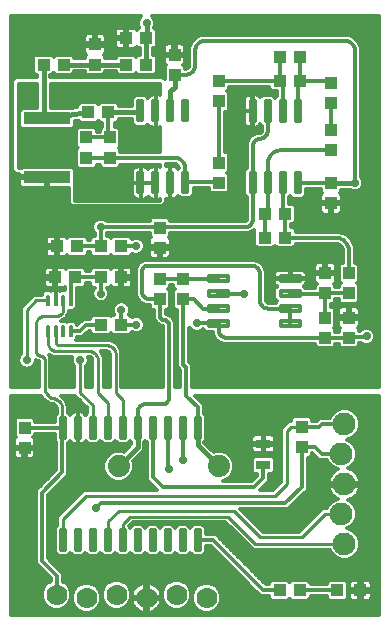
<source format=gtl>
G75*
%MOIN*%
%OFA0B0*%
%FSLAX24Y24*%
%IPPOS*%
%LPD*%
%AMOC8*
5,1,8,0,0,1.08239X$1,22.5*
%
%ADD10R,0.1575X0.0394*%
%ADD11C,0.0138*%
%ADD12C,0.0700*%
%ADD13C,0.0118*%
%ADD14R,0.0433X0.0394*%
%ADD15R,0.0394X0.0433*%
%ADD16C,0.0069*%
%ADD17C,0.0760*%
%ADD18R,0.0472X0.0315*%
%ADD19C,0.0740*%
%ADD20C,0.0120*%
%ADD21C,0.0160*%
%ADD22C,0.0290*%
%ADD23C,0.0100*%
D10*
X001466Y014940D03*
X001466Y016908D03*
D11*
X004505Y016832D02*
X004643Y016832D01*
X004505Y016832D02*
X004505Y017480D01*
X004643Y017480D01*
X004643Y016832D01*
X004643Y016969D02*
X004505Y016969D01*
X004505Y017106D02*
X004643Y017106D01*
X004643Y017243D02*
X004505Y017243D01*
X004505Y017380D02*
X004643Y017380D01*
X005005Y016832D02*
X005143Y016832D01*
X005005Y016832D02*
X005005Y017480D01*
X005143Y017480D01*
X005143Y016832D01*
X005143Y016969D02*
X005005Y016969D01*
X005005Y017106D02*
X005143Y017106D01*
X005143Y017243D02*
X005005Y017243D01*
X005005Y017380D02*
X005143Y017380D01*
X005505Y016832D02*
X005643Y016832D01*
X005505Y016832D02*
X005505Y017480D01*
X005643Y017480D01*
X005643Y016832D01*
X005643Y016969D02*
X005505Y016969D01*
X005505Y017106D02*
X005643Y017106D01*
X005643Y017243D02*
X005505Y017243D01*
X005505Y017380D02*
X005643Y017380D01*
X006005Y016832D02*
X006143Y016832D01*
X006005Y016832D02*
X006005Y017480D01*
X006143Y017480D01*
X006143Y016832D01*
X006143Y016969D02*
X006005Y016969D01*
X006005Y017106D02*
X006143Y017106D01*
X006143Y017243D02*
X006005Y017243D01*
X006005Y017380D02*
X006143Y017380D01*
X006143Y014439D02*
X006005Y014439D01*
X006005Y015087D01*
X006143Y015087D01*
X006143Y014439D01*
X006143Y014576D02*
X006005Y014576D01*
X006005Y014713D02*
X006143Y014713D01*
X006143Y014850D02*
X006005Y014850D01*
X006005Y014987D02*
X006143Y014987D01*
X005643Y014439D02*
X005505Y014439D01*
X005505Y015087D01*
X005643Y015087D01*
X005643Y014439D01*
X005643Y014576D02*
X005505Y014576D01*
X005505Y014713D02*
X005643Y014713D01*
X005643Y014850D02*
X005505Y014850D01*
X005505Y014987D02*
X005643Y014987D01*
X005143Y014439D02*
X005005Y014439D01*
X005005Y015087D01*
X005143Y015087D01*
X005143Y014439D01*
X005143Y014576D02*
X005005Y014576D01*
X005005Y014713D02*
X005143Y014713D01*
X005143Y014850D02*
X005005Y014850D01*
X005005Y014987D02*
X005143Y014987D01*
X004643Y014439D02*
X004505Y014439D01*
X004505Y015087D01*
X004643Y015087D01*
X004643Y014439D01*
X004643Y014576D02*
X004505Y014576D01*
X004505Y014713D02*
X004643Y014713D01*
X004643Y014850D02*
X004505Y014850D01*
X004505Y014987D02*
X004643Y014987D01*
X007506Y011629D02*
X007506Y011491D01*
X006858Y011491D01*
X006858Y011629D01*
X007506Y011629D01*
X007506Y011628D02*
X006858Y011628D01*
X007506Y011129D02*
X007506Y010991D01*
X006858Y010991D01*
X006858Y011129D01*
X007506Y011129D01*
X007506Y011128D02*
X006858Y011128D01*
X007506Y010629D02*
X007506Y010491D01*
X006858Y010491D01*
X006858Y010629D01*
X007506Y010629D01*
X007506Y010628D02*
X006858Y010628D01*
X007506Y010129D02*
X007506Y009991D01*
X006858Y009991D01*
X006858Y010129D01*
X007506Y010129D01*
X007506Y010128D02*
X006858Y010128D01*
X009900Y010129D02*
X009900Y009991D01*
X009252Y009991D01*
X009252Y010129D01*
X009900Y010129D01*
X009900Y010128D02*
X009252Y010128D01*
X009900Y010491D02*
X009900Y010629D01*
X009900Y010491D02*
X009252Y010491D01*
X009252Y010629D01*
X009900Y010629D01*
X009900Y010628D02*
X009252Y010628D01*
X009900Y010991D02*
X009900Y011129D01*
X009900Y010991D02*
X009252Y010991D01*
X009252Y011129D01*
X009900Y011129D01*
X009900Y011128D02*
X009252Y011128D01*
X009900Y011491D02*
X009900Y011629D01*
X009900Y011491D02*
X009252Y011491D01*
X009252Y011629D01*
X009900Y011629D01*
X009900Y011628D02*
X009252Y011628D01*
X009253Y015077D02*
X009391Y015077D01*
X009391Y014429D01*
X009253Y014429D01*
X009253Y015077D01*
X009253Y014566D02*
X009391Y014566D01*
X009391Y014703D02*
X009253Y014703D01*
X009253Y014840D02*
X009391Y014840D01*
X009391Y014977D02*
X009253Y014977D01*
X008891Y015077D02*
X008753Y015077D01*
X008891Y015077D02*
X008891Y014429D01*
X008753Y014429D01*
X008753Y015077D01*
X008753Y014566D02*
X008891Y014566D01*
X008891Y014703D02*
X008753Y014703D01*
X008753Y014840D02*
X008891Y014840D01*
X008891Y014977D02*
X008753Y014977D01*
X008391Y015077D02*
X008253Y015077D01*
X008391Y015077D02*
X008391Y014429D01*
X008253Y014429D01*
X008253Y015077D01*
X008253Y014566D02*
X008391Y014566D01*
X008391Y014703D02*
X008253Y014703D01*
X008253Y014840D02*
X008391Y014840D01*
X008391Y014977D02*
X008253Y014977D01*
X008253Y017471D02*
X008391Y017471D01*
X008391Y016823D01*
X008253Y016823D01*
X008253Y017471D01*
X008253Y016960D02*
X008391Y016960D01*
X008391Y017097D02*
X008253Y017097D01*
X008253Y017234D02*
X008391Y017234D01*
X008391Y017371D02*
X008253Y017371D01*
X008753Y017471D02*
X008891Y017471D01*
X008891Y016823D01*
X008753Y016823D01*
X008753Y017471D01*
X008753Y016960D02*
X008891Y016960D01*
X008891Y017097D02*
X008753Y017097D01*
X008753Y017234D02*
X008891Y017234D01*
X008891Y017371D02*
X008753Y017371D01*
X009253Y017471D02*
X009391Y017471D01*
X009391Y016823D01*
X009253Y016823D01*
X009253Y017471D01*
X009253Y016960D02*
X009391Y016960D01*
X009391Y017097D02*
X009253Y017097D01*
X009253Y017234D02*
X009391Y017234D01*
X009391Y017371D02*
X009253Y017371D01*
X009753Y017471D02*
X009891Y017471D01*
X009891Y016823D01*
X009753Y016823D01*
X009753Y017471D01*
X009753Y016960D02*
X009891Y016960D01*
X009891Y017097D02*
X009753Y017097D01*
X009753Y017234D02*
X009891Y017234D01*
X009891Y017371D02*
X009753Y017371D01*
X009753Y015077D02*
X009891Y015077D01*
X009891Y014429D01*
X009753Y014429D01*
X009753Y015077D01*
X009753Y014566D02*
X009891Y014566D01*
X009891Y014703D02*
X009753Y014703D01*
X009753Y014840D02*
X009891Y014840D01*
X009891Y014977D02*
X009753Y014977D01*
D12*
X006785Y000917D03*
X005785Y001017D03*
X004785Y000917D03*
X003785Y001017D03*
X002785Y000917D03*
X001785Y001017D03*
D13*
X001936Y002499D02*
X002054Y002499D01*
X001936Y002499D02*
X001936Y003167D01*
X002054Y003167D01*
X002054Y002499D01*
X002054Y002616D02*
X001936Y002616D01*
X001936Y002733D02*
X002054Y002733D01*
X002054Y002850D02*
X001936Y002850D01*
X001936Y002967D02*
X002054Y002967D01*
X002054Y003084D02*
X001936Y003084D01*
X002436Y002499D02*
X002554Y002499D01*
X002436Y002499D02*
X002436Y003167D01*
X002554Y003167D01*
X002554Y002499D01*
X002554Y002616D02*
X002436Y002616D01*
X002436Y002733D02*
X002554Y002733D01*
X002554Y002850D02*
X002436Y002850D01*
X002436Y002967D02*
X002554Y002967D01*
X002554Y003084D02*
X002436Y003084D01*
X002936Y002499D02*
X003054Y002499D01*
X002936Y002499D02*
X002936Y003167D01*
X003054Y003167D01*
X003054Y002499D01*
X003054Y002616D02*
X002936Y002616D01*
X002936Y002733D02*
X003054Y002733D01*
X003054Y002850D02*
X002936Y002850D01*
X002936Y002967D02*
X003054Y002967D01*
X003054Y003084D02*
X002936Y003084D01*
X003436Y002499D02*
X003554Y002499D01*
X003436Y002499D02*
X003436Y003167D01*
X003554Y003167D01*
X003554Y002499D01*
X003554Y002616D02*
X003436Y002616D01*
X003436Y002733D02*
X003554Y002733D01*
X003554Y002850D02*
X003436Y002850D01*
X003436Y002967D02*
X003554Y002967D01*
X003554Y003084D02*
X003436Y003084D01*
X003936Y002499D02*
X004054Y002499D01*
X003936Y002499D02*
X003936Y003167D01*
X004054Y003167D01*
X004054Y002499D01*
X004054Y002616D02*
X003936Y002616D01*
X003936Y002733D02*
X004054Y002733D01*
X004054Y002850D02*
X003936Y002850D01*
X003936Y002967D02*
X004054Y002967D01*
X004054Y003084D02*
X003936Y003084D01*
X004436Y002499D02*
X004554Y002499D01*
X004436Y002499D02*
X004436Y003167D01*
X004554Y003167D01*
X004554Y002499D01*
X004554Y002616D02*
X004436Y002616D01*
X004436Y002733D02*
X004554Y002733D01*
X004554Y002850D02*
X004436Y002850D01*
X004436Y002967D02*
X004554Y002967D01*
X004554Y003084D02*
X004436Y003084D01*
X004936Y002499D02*
X005054Y002499D01*
X004936Y002499D02*
X004936Y003167D01*
X005054Y003167D01*
X005054Y002499D01*
X005054Y002616D02*
X004936Y002616D01*
X004936Y002733D02*
X005054Y002733D01*
X005054Y002850D02*
X004936Y002850D01*
X004936Y002967D02*
X005054Y002967D01*
X005054Y003084D02*
X004936Y003084D01*
X005436Y002499D02*
X005554Y002499D01*
X005436Y002499D02*
X005436Y003167D01*
X005554Y003167D01*
X005554Y002499D01*
X005554Y002616D02*
X005436Y002616D01*
X005436Y002733D02*
X005554Y002733D01*
X005554Y002850D02*
X005436Y002850D01*
X005436Y002967D02*
X005554Y002967D01*
X005554Y003084D02*
X005436Y003084D01*
X005936Y002499D02*
X006054Y002499D01*
X005936Y002499D02*
X005936Y003167D01*
X006054Y003167D01*
X006054Y002499D01*
X006054Y002616D02*
X005936Y002616D01*
X005936Y002733D02*
X006054Y002733D01*
X006054Y002850D02*
X005936Y002850D01*
X005936Y002967D02*
X006054Y002967D01*
X006054Y003084D02*
X005936Y003084D01*
X006436Y002499D02*
X006554Y002499D01*
X006436Y002499D02*
X006436Y003167D01*
X006554Y003167D01*
X006554Y002499D01*
X006554Y002616D02*
X006436Y002616D01*
X006436Y002733D02*
X006554Y002733D01*
X006554Y002850D02*
X006436Y002850D01*
X006436Y002967D02*
X006554Y002967D01*
X006554Y003084D02*
X006436Y003084D01*
X006436Y006249D02*
X006554Y006249D01*
X006436Y006249D02*
X006436Y006917D01*
X006554Y006917D01*
X006554Y006249D01*
X006554Y006366D02*
X006436Y006366D01*
X006436Y006483D02*
X006554Y006483D01*
X006554Y006600D02*
X006436Y006600D01*
X006436Y006717D02*
X006554Y006717D01*
X006554Y006834D02*
X006436Y006834D01*
X006054Y006249D02*
X005936Y006249D01*
X005936Y006917D01*
X006054Y006917D01*
X006054Y006249D01*
X006054Y006366D02*
X005936Y006366D01*
X005936Y006483D02*
X006054Y006483D01*
X006054Y006600D02*
X005936Y006600D01*
X005936Y006717D02*
X006054Y006717D01*
X006054Y006834D02*
X005936Y006834D01*
X005554Y006249D02*
X005436Y006249D01*
X005436Y006917D01*
X005554Y006917D01*
X005554Y006249D01*
X005554Y006366D02*
X005436Y006366D01*
X005436Y006483D02*
X005554Y006483D01*
X005554Y006600D02*
X005436Y006600D01*
X005436Y006717D02*
X005554Y006717D01*
X005554Y006834D02*
X005436Y006834D01*
X005054Y006249D02*
X004936Y006249D01*
X004936Y006917D01*
X005054Y006917D01*
X005054Y006249D01*
X005054Y006366D02*
X004936Y006366D01*
X004936Y006483D02*
X005054Y006483D01*
X005054Y006600D02*
X004936Y006600D01*
X004936Y006717D02*
X005054Y006717D01*
X005054Y006834D02*
X004936Y006834D01*
X004554Y006249D02*
X004436Y006249D01*
X004436Y006917D01*
X004554Y006917D01*
X004554Y006249D01*
X004554Y006366D02*
X004436Y006366D01*
X004436Y006483D02*
X004554Y006483D01*
X004554Y006600D02*
X004436Y006600D01*
X004436Y006717D02*
X004554Y006717D01*
X004554Y006834D02*
X004436Y006834D01*
X004054Y006249D02*
X003936Y006249D01*
X003936Y006917D01*
X004054Y006917D01*
X004054Y006249D01*
X004054Y006366D02*
X003936Y006366D01*
X003936Y006483D02*
X004054Y006483D01*
X004054Y006600D02*
X003936Y006600D01*
X003936Y006717D02*
X004054Y006717D01*
X004054Y006834D02*
X003936Y006834D01*
X003554Y006249D02*
X003436Y006249D01*
X003436Y006917D01*
X003554Y006917D01*
X003554Y006249D01*
X003554Y006366D02*
X003436Y006366D01*
X003436Y006483D02*
X003554Y006483D01*
X003554Y006600D02*
X003436Y006600D01*
X003436Y006717D02*
X003554Y006717D01*
X003554Y006834D02*
X003436Y006834D01*
X003054Y006249D02*
X002936Y006249D01*
X002936Y006917D01*
X003054Y006917D01*
X003054Y006249D01*
X003054Y006366D02*
X002936Y006366D01*
X002936Y006483D02*
X003054Y006483D01*
X003054Y006600D02*
X002936Y006600D01*
X002936Y006717D02*
X003054Y006717D01*
X003054Y006834D02*
X002936Y006834D01*
X002554Y006249D02*
X002436Y006249D01*
X002436Y006917D01*
X002554Y006917D01*
X002554Y006249D01*
X002554Y006366D02*
X002436Y006366D01*
X002436Y006483D02*
X002554Y006483D01*
X002554Y006600D02*
X002436Y006600D01*
X002436Y006717D02*
X002554Y006717D01*
X002554Y006834D02*
X002436Y006834D01*
X002054Y006249D02*
X001936Y006249D01*
X001936Y006917D01*
X002054Y006917D01*
X002054Y006249D01*
X002054Y006366D02*
X001936Y006366D01*
X001936Y006483D02*
X002054Y006483D01*
X002054Y006600D02*
X001936Y006600D01*
X001936Y006717D02*
X002054Y006717D01*
X002054Y006834D02*
X001936Y006834D01*
D14*
X003271Y010023D03*
X003940Y010023D03*
X003940Y011597D03*
X003271Y011597D03*
X003271Y012631D03*
X003940Y012631D03*
X002464Y012631D03*
X002414Y011597D03*
X001745Y011597D03*
X001794Y012631D03*
X002828Y017109D03*
X003497Y017109D03*
X004107Y018684D03*
X004107Y019570D03*
X004777Y019570D03*
X004777Y018684D03*
X002021Y018684D03*
X001351Y018684D03*
X008733Y013713D03*
X008733Y012926D03*
X009403Y012926D03*
X009403Y013713D03*
X009225Y018143D03*
X009225Y018930D03*
X009895Y018930D03*
X009895Y018143D03*
X009895Y001164D03*
X009225Y001164D03*
X011145Y001164D03*
X011912Y001164D03*
D15*
X009954Y005948D03*
X009954Y006617D03*
X010741Y009589D03*
X010741Y010259D03*
X010741Y011066D03*
X010741Y011735D03*
X011529Y011735D03*
X011529Y011066D03*
X011529Y010259D03*
X011529Y009589D03*
X010938Y014068D03*
X010938Y014737D03*
X010938Y015839D03*
X010938Y016509D03*
X010938Y017414D03*
X010938Y018084D03*
X007198Y018133D03*
X007198Y017463D03*
X007198Y015426D03*
X007198Y014757D03*
X005229Y013261D03*
X005229Y012591D03*
X005229Y011538D03*
X005229Y010869D03*
X006017Y010869D03*
X006017Y011538D03*
X003556Y015593D03*
X003556Y016263D03*
X002769Y016263D03*
X002769Y015593D03*
X003064Y018694D03*
X003064Y019363D03*
X005722Y019019D03*
X005722Y018349D03*
X000722Y006587D03*
X000722Y005918D03*
D16*
X001464Y009643D02*
X001464Y009969D01*
X001534Y009969D01*
X001534Y009643D01*
X001464Y009643D01*
X001464Y009711D02*
X001534Y009711D01*
X001534Y009779D02*
X001464Y009779D01*
X001464Y009847D02*
X001534Y009847D01*
X001534Y009915D02*
X001464Y009915D01*
X001720Y009969D02*
X001720Y009643D01*
X001720Y009969D02*
X001790Y009969D01*
X001790Y009643D01*
X001720Y009643D01*
X001720Y009711D02*
X001790Y009711D01*
X001790Y009779D02*
X001720Y009779D01*
X001720Y009847D02*
X001790Y009847D01*
X001790Y009915D02*
X001720Y009915D01*
X001976Y009969D02*
X001976Y009643D01*
X001976Y009969D02*
X002046Y009969D01*
X002046Y009643D01*
X001976Y009643D01*
X001976Y009711D02*
X002046Y009711D01*
X002046Y009779D02*
X001976Y009779D01*
X001976Y009847D02*
X002046Y009847D01*
X002046Y009915D02*
X001976Y009915D01*
X002232Y009969D02*
X002232Y009643D01*
X002232Y009969D02*
X002302Y009969D01*
X002302Y009643D01*
X002232Y009643D01*
X002232Y009711D02*
X002302Y009711D01*
X002302Y009779D02*
X002232Y009779D01*
X002232Y009847D02*
X002302Y009847D01*
X002302Y009915D02*
X002232Y009915D01*
X002232Y010667D02*
X002232Y010993D01*
X002302Y010993D01*
X002302Y010667D01*
X002232Y010667D01*
X002232Y010735D02*
X002302Y010735D01*
X002302Y010803D02*
X002232Y010803D01*
X002232Y010871D02*
X002302Y010871D01*
X002302Y010939D02*
X002232Y010939D01*
X001976Y010993D02*
X001976Y010667D01*
X001976Y010993D02*
X002046Y010993D01*
X002046Y010667D01*
X001976Y010667D01*
X001976Y010735D02*
X002046Y010735D01*
X002046Y010803D02*
X001976Y010803D01*
X001976Y010871D02*
X002046Y010871D01*
X002046Y010939D02*
X001976Y010939D01*
X001720Y010993D02*
X001720Y010667D01*
X001720Y010993D02*
X001790Y010993D01*
X001790Y010667D01*
X001720Y010667D01*
X001720Y010735D02*
X001790Y010735D01*
X001790Y010803D02*
X001720Y010803D01*
X001720Y010871D02*
X001790Y010871D01*
X001790Y010939D02*
X001720Y010939D01*
X001464Y010993D02*
X001464Y010667D01*
X001464Y010993D02*
X001534Y010993D01*
X001534Y010667D01*
X001464Y010667D01*
X001464Y010735D02*
X001534Y010735D01*
X001534Y010803D02*
X001464Y010803D01*
X001464Y010871D02*
X001534Y010871D01*
X001534Y010939D02*
X001464Y010939D01*
D17*
X011282Y005708D03*
X011382Y006708D03*
X011382Y004708D03*
X011282Y003708D03*
X011382Y002708D03*
D18*
X008674Y005337D03*
X008674Y006046D03*
D19*
X007198Y005298D03*
X003851Y005298D03*
D20*
X000271Y007660D02*
X000271Y000340D01*
X012550Y000340D01*
X012550Y007660D01*
X006398Y007660D01*
X006695Y007363D01*
X006695Y007058D01*
X006753Y007000D01*
X006753Y006166D01*
X006715Y006127D01*
X006715Y006092D01*
X007028Y005780D01*
X007096Y005808D01*
X007299Y005808D01*
X007487Y005730D01*
X007630Y005587D01*
X007708Y005400D01*
X007708Y005197D01*
X007630Y005009D01*
X007487Y004866D01*
X007350Y004809D01*
X008296Y004809D01*
X008474Y004987D01*
X008474Y005040D01*
X008380Y005040D01*
X008298Y005122D01*
X008298Y005553D01*
X008380Y005635D01*
X008969Y005635D01*
X009051Y005553D01*
X009051Y005122D01*
X008969Y005040D01*
X008874Y005040D01*
X008874Y004822D01*
X008757Y004704D01*
X008557Y004504D01*
X008989Y004504D01*
X009272Y004786D01*
X009272Y006558D01*
X009409Y006696D01*
X009521Y006807D01*
X009617Y006807D01*
X009617Y006892D01*
X009699Y006974D01*
X010209Y006974D01*
X010291Y006892D01*
X010291Y006817D01*
X010452Y006817D01*
X010542Y006908D01*
X010902Y006908D01*
X010274Y006908D01*
X010535Y006617D02*
X009954Y006617D01*
X009633Y006908D02*
X006753Y006908D01*
X006753Y006790D02*
X009503Y006790D01*
X009385Y006671D02*
X006753Y006671D01*
X006753Y006553D02*
X009272Y006553D01*
X009272Y006434D02*
X006753Y006434D01*
X006753Y006316D02*
X008324Y006316D01*
X008310Y006302D02*
X008289Y006265D01*
X008278Y006225D01*
X008278Y006065D01*
X008656Y006065D01*
X008656Y006364D01*
X008417Y006364D01*
X008376Y006353D01*
X008340Y006332D01*
X008310Y006302D01*
X008278Y006197D02*
X006753Y006197D01*
X006729Y006079D02*
X008278Y006079D01*
X008278Y006027D02*
X008278Y005868D01*
X008289Y005827D01*
X008310Y005790D01*
X008340Y005761D01*
X008376Y005740D01*
X008417Y005729D01*
X008656Y005729D01*
X008656Y006027D01*
X008693Y006027D01*
X008693Y005729D01*
X008932Y005729D01*
X008972Y005740D01*
X009009Y005761D01*
X009039Y005790D01*
X009060Y005827D01*
X009071Y005868D01*
X009071Y006027D01*
X008693Y006027D01*
X008693Y006065D01*
X008656Y006065D01*
X008656Y006027D01*
X008278Y006027D01*
X008278Y005960D02*
X006847Y005960D01*
X006966Y005842D02*
X008285Y005842D01*
X008350Y005605D02*
X007613Y005605D01*
X007672Y005486D02*
X008298Y005486D01*
X008298Y005368D02*
X007708Y005368D01*
X007708Y005249D02*
X008298Y005249D01*
X008298Y005131D02*
X007681Y005131D01*
X007631Y005012D02*
X008474Y005012D01*
X008381Y004894D02*
X007515Y004894D01*
X007494Y005723D02*
X009272Y005723D01*
X009272Y005605D02*
X008999Y005605D01*
X009051Y005486D02*
X009272Y005486D01*
X009272Y005368D02*
X009051Y005368D01*
X009051Y005249D02*
X009272Y005249D01*
X009272Y005131D02*
X009051Y005131D01*
X008874Y005012D02*
X009272Y005012D01*
X009272Y004894D02*
X008874Y004894D01*
X008828Y004775D02*
X009260Y004775D01*
X009142Y004657D02*
X008709Y004657D01*
X008591Y004538D02*
X009023Y004538D01*
X008674Y004904D02*
X008674Y005337D01*
X008674Y004904D02*
X008379Y004609D01*
X005328Y004609D01*
X004995Y004942D01*
X004995Y006583D01*
X004745Y006157D02*
X004795Y006107D01*
X004795Y004859D01*
X005128Y004526D01*
X005150Y004504D01*
X002690Y004504D01*
X002579Y004393D01*
X002579Y004393D01*
X001805Y003619D01*
X001805Y003318D01*
X001737Y003250D01*
X001737Y002416D01*
X001854Y002299D01*
X002137Y002299D01*
X002245Y002407D01*
X002354Y002299D01*
X002637Y002299D01*
X002745Y002407D01*
X002854Y002299D01*
X003137Y002299D01*
X003245Y002407D01*
X003354Y002299D01*
X003637Y002299D01*
X003745Y002407D01*
X003854Y002299D01*
X004137Y002299D01*
X004245Y002407D01*
X004354Y002299D01*
X004637Y002299D01*
X004745Y002407D01*
X004854Y002299D01*
X005137Y002299D01*
X005245Y002407D01*
X005354Y002299D01*
X005637Y002299D01*
X005745Y002407D01*
X005854Y002299D01*
X006137Y002299D01*
X006245Y002407D01*
X006354Y002299D01*
X006637Y002299D01*
X006753Y002416D01*
X006753Y002633D01*
X006923Y002633D01*
X008474Y001081D01*
X008591Y000964D01*
X008869Y000964D01*
X008869Y000909D01*
X008951Y000827D01*
X009500Y000827D01*
X009560Y000888D01*
X009620Y000827D01*
X010169Y000827D01*
X010251Y000909D01*
X010251Y000964D01*
X010788Y000964D01*
X010788Y000909D01*
X010870Y000827D01*
X011419Y000827D01*
X011501Y000909D01*
X011501Y001419D01*
X011419Y001501D01*
X010870Y001501D01*
X010788Y001419D01*
X010788Y001364D01*
X010251Y001364D01*
X010251Y001419D01*
X010169Y001501D01*
X009620Y001501D01*
X009560Y001441D01*
X009500Y001501D01*
X008951Y001501D01*
X008869Y001419D01*
X008869Y001364D01*
X008757Y001364D01*
X007089Y003033D01*
X006753Y003033D01*
X006753Y003250D01*
X006637Y003366D01*
X006354Y003366D01*
X006245Y003258D01*
X006137Y003366D01*
X005854Y003366D01*
X005745Y003258D01*
X005637Y003366D01*
X005354Y003366D01*
X005245Y003258D01*
X005137Y003366D01*
X004854Y003366D01*
X004745Y003258D01*
X004637Y003366D01*
X004354Y003366D01*
X004245Y003258D01*
X004196Y003307D01*
X004324Y003435D01*
X007414Y003435D01*
X008221Y002629D01*
X008332Y002518D01*
X010898Y002518D01*
X010941Y002413D01*
X011087Y002267D01*
X011278Y002188D01*
X011485Y002188D01*
X011676Y002267D01*
X011823Y002413D01*
X011902Y002604D01*
X011902Y002811D01*
X011823Y003002D01*
X011676Y003148D01*
X011485Y003228D01*
X011482Y003228D01*
X011576Y003267D01*
X011723Y003413D01*
X011802Y003604D01*
X011802Y003811D01*
X011723Y004002D01*
X011576Y004148D01*
X011501Y004180D01*
X011508Y004181D01*
X011589Y004207D01*
X011665Y004246D01*
X011734Y004296D01*
X011794Y004356D01*
X011844Y004425D01*
X011882Y004500D01*
X011908Y004581D01*
X011921Y004659D01*
X011430Y004659D01*
X011430Y004756D01*
X011921Y004756D01*
X011908Y004834D01*
X011882Y004915D01*
X011844Y004991D01*
X011794Y005059D01*
X011734Y005119D01*
X011665Y005169D01*
X011589Y005208D01*
X011508Y005234D01*
X011501Y005235D01*
X011576Y005267D01*
X011723Y005413D01*
X011802Y005604D01*
X011802Y005811D01*
X011723Y006002D01*
X011576Y006148D01*
X011482Y006188D01*
X011485Y006188D01*
X011676Y006267D01*
X011823Y006413D01*
X011902Y006604D01*
X011902Y006811D01*
X011823Y007002D01*
X011676Y007148D01*
X011485Y007228D01*
X011278Y007228D01*
X011087Y007148D01*
X010941Y007002D01*
X010902Y006908D01*
X010965Y007027D02*
X006727Y007027D01*
X006695Y007145D02*
X011084Y007145D01*
X011382Y006708D02*
X010625Y006708D01*
X010535Y006617D01*
X010387Y005948D02*
X009954Y005948D01*
X009954Y004609D01*
X009412Y004068D01*
X003261Y004068D01*
X003113Y003920D01*
X002606Y004420D02*
X001582Y004420D01*
X001492Y004329D02*
X002181Y005018D01*
X002181Y006094D01*
X002239Y006151D01*
X002261Y006114D01*
X002302Y006073D01*
X002352Y006044D01*
X002407Y006029D01*
X002495Y006029D01*
X002495Y006583D01*
X002495Y007136D01*
X002407Y007136D01*
X002352Y007121D01*
X002302Y007093D01*
X002261Y007052D01*
X002239Y007014D01*
X002171Y007082D01*
X002171Y007159D01*
X002184Y007289D01*
X002076Y007547D01*
X001936Y007660D01*
X002402Y007660D01*
X002805Y007257D01*
X002805Y007068D01*
X002751Y007014D01*
X002729Y007052D01*
X002689Y007093D01*
X002639Y007121D01*
X002583Y007136D01*
X002495Y007136D01*
X002495Y006583D01*
X002495Y006583D01*
X002495Y006583D01*
X002495Y006029D01*
X002583Y006029D01*
X002639Y006044D01*
X002689Y006073D01*
X002729Y006114D01*
X002751Y006151D01*
X002854Y006049D01*
X003137Y006049D01*
X003245Y006157D01*
X003354Y006049D01*
X003637Y006049D01*
X003745Y006157D01*
X003854Y006049D01*
X004137Y006049D01*
X004245Y006157D01*
X004275Y006127D01*
X004275Y006033D01*
X004022Y005780D01*
X003953Y005808D01*
X003750Y005808D01*
X003563Y005730D01*
X003419Y005587D01*
X003341Y005400D01*
X003341Y005197D01*
X003419Y005009D01*
X003563Y004866D01*
X003750Y004788D01*
X003953Y004788D01*
X004140Y004866D01*
X004284Y005009D01*
X004361Y005197D01*
X004361Y005400D01*
X004333Y005468D01*
X004715Y005851D01*
X004715Y006127D01*
X004745Y006157D01*
X004715Y006079D02*
X004795Y006079D01*
X004795Y005960D02*
X004715Y005960D01*
X004706Y005842D02*
X004795Y005842D01*
X004795Y005723D02*
X004587Y005723D01*
X004469Y005605D02*
X004795Y005605D01*
X004795Y005486D02*
X004350Y005486D01*
X004361Y005368D02*
X004795Y005368D01*
X004795Y005249D02*
X004361Y005249D01*
X004334Y005131D02*
X004795Y005131D01*
X004795Y005012D02*
X004285Y005012D01*
X004168Y004894D02*
X004795Y004894D01*
X004879Y004775D02*
X001938Y004775D01*
X002056Y004894D02*
X003535Y004894D01*
X003418Y005012D02*
X002175Y005012D01*
X002181Y005131D02*
X003369Y005131D01*
X003341Y005249D02*
X002181Y005249D01*
X002181Y005368D02*
X003341Y005368D01*
X003377Y005486D02*
X002181Y005486D01*
X002181Y005605D02*
X003437Y005605D01*
X003555Y005723D02*
X002181Y005723D01*
X002181Y005842D02*
X004084Y005842D01*
X004202Y005960D02*
X002181Y005960D01*
X002181Y006079D02*
X002296Y006079D01*
X002495Y006079D02*
X002495Y006079D01*
X002495Y006197D02*
X002495Y006197D01*
X002495Y006316D02*
X002495Y006316D01*
X002495Y006434D02*
X002495Y006434D01*
X002495Y006553D02*
X002495Y006553D01*
X002495Y006671D02*
X002495Y006671D01*
X002495Y006790D02*
X002495Y006790D01*
X002495Y006908D02*
X002495Y006908D01*
X002495Y007027D02*
X002495Y007027D01*
X002680Y007382D02*
X002145Y007382D01*
X002184Y007289D02*
X002184Y007289D01*
X002181Y007264D02*
X002798Y007264D01*
X002805Y007145D02*
X002171Y007145D01*
X002227Y007027D02*
X002246Y007027D01*
X002095Y007501D02*
X002561Y007501D01*
X002443Y007619D02*
X001987Y007619D01*
X002076Y007547D02*
X002076Y007547D01*
X002382Y007956D02*
X001581Y007956D01*
X001581Y008920D01*
X001581Y008932D01*
X001535Y009011D01*
X001690Y008947D01*
X002307Y008947D01*
X002287Y008898D01*
X002287Y008785D01*
X002330Y008680D01*
X002382Y008628D01*
X002382Y007956D01*
X002382Y007975D02*
X001581Y007975D01*
X001581Y008093D02*
X002382Y008093D01*
X002382Y008212D02*
X001581Y008212D01*
X001581Y008330D02*
X002382Y008330D01*
X002382Y008449D02*
X001581Y008449D01*
X001581Y008567D02*
X002382Y008567D01*
X002328Y008686D02*
X001581Y008686D01*
X001581Y008804D02*
X002287Y008804D01*
X002297Y008923D02*
X001581Y008923D01*
X001581Y008932D02*
X001581Y008932D01*
X001201Y008799D02*
X001201Y007981D01*
X001198Y007979D01*
X001199Y007956D01*
X000271Y007956D01*
X000271Y020296D01*
X004617Y020296D01*
X004545Y020223D01*
X004501Y020119D01*
X004501Y020005D01*
X004542Y019907D01*
X004502Y019907D01*
X004455Y019860D01*
X004452Y019865D01*
X004422Y019895D01*
X004386Y019916D01*
X004345Y019927D01*
X004146Y019927D01*
X004146Y019608D01*
X004069Y019608D01*
X004069Y019531D01*
X004146Y019531D01*
X004146Y019213D01*
X004345Y019213D01*
X004386Y019224D01*
X004422Y019245D01*
X004452Y019275D01*
X004455Y019280D01*
X004502Y019233D01*
X004557Y019233D01*
X004557Y019021D01*
X004502Y019021D01*
X004442Y018961D01*
X004382Y019021D01*
X003833Y019021D01*
X003751Y018939D01*
X003751Y018914D01*
X003401Y018914D01*
X003401Y018968D01*
X003354Y019015D01*
X003359Y019019D01*
X003389Y019048D01*
X003410Y019085D01*
X003421Y019125D01*
X003421Y019325D01*
X003102Y019325D01*
X003102Y019401D01*
X003102Y019402D02*
X003026Y019402D01*
X003026Y019740D01*
X002846Y019740D01*
X002805Y019729D01*
X002769Y019708D01*
X002739Y019678D01*
X002718Y019641D01*
X002707Y019601D01*
X002707Y019401D01*
X003026Y019401D01*
X003026Y019325D01*
X002707Y019325D01*
X002707Y019125D01*
X002718Y019085D01*
X002739Y019048D01*
X002769Y019019D01*
X002774Y019015D01*
X002727Y018968D01*
X002727Y018914D01*
X002377Y018914D01*
X002377Y018939D01*
X002295Y019021D01*
X001746Y019021D01*
X001686Y018961D01*
X001626Y019021D01*
X001077Y019021D01*
X000995Y018939D01*
X000995Y018429D01*
X001077Y018347D01*
X001131Y018347D01*
X001131Y018283D01*
X000426Y018283D01*
X000315Y018172D01*
X000315Y015160D01*
X000426Y015049D01*
X000518Y015049D01*
X000518Y014978D01*
X001427Y014978D01*
X001427Y014901D01*
X001504Y014901D01*
X001504Y014583D01*
X002185Y014583D01*
X002185Y014078D01*
X002296Y013966D01*
X005308Y013966D01*
X005419Y014078D01*
X005419Y014226D01*
X005438Y014218D01*
X005482Y014209D01*
X005565Y014209D01*
X005565Y014754D01*
X005583Y014754D01*
X005583Y014209D01*
X005665Y014209D01*
X005710Y014218D01*
X005751Y014235D01*
X005789Y014260D01*
X005821Y014292D01*
X005835Y014313D01*
X005918Y014229D01*
X006229Y014229D01*
X006352Y014351D01*
X006352Y014563D01*
X006861Y014563D01*
X006861Y014482D01*
X006943Y014400D01*
X007453Y014400D01*
X007535Y014482D01*
X007535Y015031D01*
X007475Y015091D01*
X007535Y015152D01*
X007535Y015701D01*
X007453Y015783D01*
X007398Y015783D01*
X007398Y017107D01*
X007453Y017107D01*
X007535Y017189D01*
X007535Y017738D01*
X007475Y017798D01*
X007535Y017858D01*
X007535Y017933D01*
X008869Y017933D01*
X008869Y017888D01*
X008951Y017806D01*
X009122Y017806D01*
X009122Y017636D01*
X009072Y017586D01*
X008977Y017680D01*
X008667Y017680D01*
X008583Y017596D01*
X008569Y017617D01*
X008537Y017649D01*
X008499Y017674D01*
X008458Y017691D01*
X008413Y017700D01*
X008331Y017700D01*
X008331Y017155D01*
X008313Y017155D01*
X008313Y017138D01*
X008024Y017138D01*
X008024Y016799D01*
X008033Y016755D01*
X008050Y016713D01*
X008075Y016676D01*
X008107Y016644D01*
X008145Y016619D01*
X008186Y016602D01*
X008230Y016593D01*
X008313Y016593D01*
X008313Y017138D01*
X008331Y017138D01*
X008331Y016593D01*
X008413Y016593D01*
X008458Y016602D01*
X008499Y016619D01*
X008537Y016644D01*
X008569Y016676D01*
X008583Y016697D01*
X008622Y016657D01*
X008622Y016469D01*
X008620Y016457D01*
X008608Y016437D01*
X008588Y016425D01*
X008576Y016423D01*
X008454Y016423D01*
X008244Y016302D01*
X008244Y016302D01*
X008244Y016302D01*
X008122Y016091D01*
X008122Y015242D01*
X008044Y015164D01*
X008044Y014342D01*
X008122Y014264D01*
X008122Y013509D01*
X008121Y013499D01*
X008111Y013482D01*
X008094Y013472D01*
X008084Y013471D01*
X005566Y013471D01*
X005566Y013535D01*
X005484Y013617D01*
X004975Y013617D01*
X004893Y013535D01*
X004893Y013471D01*
X003464Y013471D01*
X003422Y013512D01*
X003318Y013556D01*
X003204Y013556D01*
X003099Y013512D01*
X003019Y013432D01*
X002976Y013327D01*
X002976Y013214D01*
X003019Y013109D01*
X003071Y013058D01*
X003071Y012968D01*
X002996Y012968D01*
X002914Y012886D01*
X002914Y012831D01*
X002820Y012831D01*
X002820Y012886D01*
X002738Y012968D01*
X002189Y012968D01*
X002142Y012921D01*
X002139Y012926D01*
X002109Y012956D01*
X002073Y012977D01*
X002032Y012988D01*
X001833Y012988D01*
X001833Y012669D01*
X001756Y012669D01*
X001756Y012592D01*
X001833Y012592D01*
X001833Y012274D01*
X002032Y012274D01*
X002073Y012285D01*
X002109Y012306D01*
X002139Y012336D01*
X002142Y012341D01*
X002189Y012294D01*
X002738Y012294D01*
X002820Y012376D01*
X002820Y012431D01*
X002914Y012431D01*
X002914Y012376D01*
X002996Y012294D01*
X003545Y012294D01*
X003605Y012354D01*
X003666Y012294D01*
X004215Y012294D01*
X004297Y012376D01*
X004297Y012392D01*
X004385Y012356D01*
X004499Y012356D01*
X004603Y012399D01*
X004684Y012479D01*
X004727Y012584D01*
X004727Y012697D01*
X004684Y012802D01*
X004603Y012882D01*
X004499Y012926D01*
X004385Y012926D01*
X004294Y012888D01*
X004215Y012968D01*
X003666Y012968D01*
X003605Y012908D01*
X003545Y012968D01*
X003471Y012968D01*
X003471Y013071D01*
X004893Y013071D01*
X004893Y012986D01*
X004940Y012939D01*
X004934Y012936D01*
X004905Y012906D01*
X004883Y012870D01*
X004873Y012829D01*
X004873Y012630D01*
X005191Y012630D01*
X005191Y012553D01*
X005268Y012553D01*
X005268Y012630D01*
X005586Y012630D01*
X005586Y012829D01*
X005575Y012870D01*
X005554Y012906D01*
X005525Y012936D01*
X005519Y012939D01*
X005566Y012986D01*
X005566Y013071D01*
X008201Y013071D01*
X008377Y013172D01*
X008377Y012671D01*
X008459Y012589D01*
X009008Y012589D01*
X009068Y012649D01*
X009128Y012589D01*
X009677Y012589D01*
X009759Y012671D01*
X009759Y012726D01*
X011086Y012726D01*
X011133Y012721D01*
X011221Y012685D01*
X011288Y012618D01*
X011324Y012531D01*
X011329Y012483D01*
X011329Y012092D01*
X011274Y012092D01*
X011192Y012010D01*
X011192Y011461D01*
X011252Y011400D01*
X011192Y011340D01*
X011192Y011266D01*
X011078Y011266D01*
X011078Y011340D01*
X011031Y011387D01*
X011036Y011391D01*
X011066Y011420D01*
X011087Y011457D01*
X011098Y011498D01*
X011098Y011697D01*
X010780Y011697D01*
X010780Y011774D01*
X010703Y011774D01*
X010703Y012112D01*
X010523Y012112D01*
X010483Y012101D01*
X010446Y012080D01*
X010416Y012050D01*
X010395Y012013D01*
X010384Y011973D01*
X010384Y011774D01*
X010703Y011774D01*
X010703Y011697D01*
X010384Y011697D01*
X010384Y011498D01*
X010395Y011457D01*
X010416Y011420D01*
X010446Y011391D01*
X010451Y011387D01*
X010404Y011340D01*
X010404Y011260D01*
X010065Y011260D01*
X010026Y011299D01*
X010047Y011313D01*
X010078Y011345D01*
X010104Y011383D01*
X010121Y011424D01*
X010130Y011468D01*
X010130Y011551D01*
X009585Y011551D01*
X009585Y011569D01*
X010130Y011569D01*
X010130Y011651D01*
X010121Y011696D01*
X010104Y011737D01*
X010078Y011775D01*
X010047Y011807D01*
X010009Y011832D01*
X009967Y011849D01*
X009923Y011858D01*
X009585Y011858D01*
X009585Y011569D01*
X009567Y011569D01*
X009567Y011858D01*
X009229Y011858D01*
X009184Y011849D01*
X009143Y011832D01*
X009105Y011807D01*
X009073Y011775D01*
X009048Y011737D01*
X009031Y011696D01*
X009022Y011651D01*
X009022Y011569D01*
X009567Y011569D01*
X009567Y011551D01*
X009022Y011551D01*
X009022Y011468D01*
X009031Y011424D01*
X009048Y011383D01*
X009073Y011345D01*
X009105Y011313D01*
X009126Y011299D01*
X009042Y011215D01*
X009042Y010904D01*
X009137Y010810D01*
X009087Y010760D01*
X008826Y010760D01*
X008813Y010762D01*
X008791Y010775D01*
X008778Y010797D01*
X008776Y010810D01*
X008776Y011794D01*
X008700Y011976D01*
X008561Y012116D01*
X008379Y012191D01*
X004729Y012191D01*
X004545Y012085D01*
X004545Y012085D01*
X004545Y012085D01*
X004439Y011901D01*
X004439Y010988D01*
X004556Y010786D01*
X004758Y010669D01*
X004893Y010669D01*
X004893Y010594D01*
X004975Y010512D01*
X005029Y010512D01*
X005029Y010225D01*
X005123Y010063D01*
X005284Y009970D01*
X005325Y009970D01*
X005325Y007956D01*
X003943Y007956D01*
X003943Y009117D01*
X003943Y009135D01*
X003869Y009313D01*
X003869Y009313D01*
X003733Y009450D01*
X003733Y009450D01*
X003554Y009524D01*
X002428Y009524D01*
X002476Y009571D01*
X002476Y009606D01*
X002635Y009606D01*
X002852Y009823D01*
X002914Y009823D01*
X002914Y009768D01*
X002996Y009686D01*
X003545Y009686D01*
X003605Y009746D01*
X003666Y009686D01*
X004215Y009686D01*
X004297Y009768D01*
X004297Y009774D01*
X004385Y009738D01*
X004499Y009738D01*
X004603Y009781D01*
X004684Y009861D01*
X004727Y009966D01*
X004727Y010079D01*
X004684Y010184D01*
X004603Y010264D01*
X004499Y010308D01*
X004385Y010308D01*
X004297Y010271D01*
X004297Y010277D01*
X004215Y010359D01*
X004194Y010359D01*
X004235Y010458D01*
X004235Y010571D01*
X004191Y010676D01*
X004111Y010756D01*
X004007Y010800D01*
X003893Y010800D01*
X003788Y010756D01*
X003708Y010676D01*
X003665Y010571D01*
X003665Y010458D01*
X003706Y010359D01*
X003666Y010359D01*
X003605Y010299D01*
X003545Y010359D01*
X002996Y010359D01*
X002914Y010277D01*
X002914Y010223D01*
X002686Y010223D01*
X002569Y010105D01*
X002476Y010012D01*
X002476Y010041D01*
X002374Y010143D01*
X002160Y010143D01*
X002139Y010122D01*
X002118Y010143D01*
X001922Y010143D01*
X002089Y010239D01*
X002089Y010239D01*
X002089Y010239D01*
X002201Y010433D01*
X002201Y010493D01*
X002374Y010493D01*
X002476Y010595D01*
X002476Y011064D01*
X002467Y011073D01*
X002467Y011260D01*
X002689Y011260D01*
X002771Y011342D01*
X002771Y011397D01*
X002914Y011397D01*
X002914Y011342D01*
X002996Y011260D01*
X003061Y011260D01*
X003061Y011259D01*
X003019Y011217D01*
X002976Y011113D01*
X002976Y010999D01*
X003019Y010895D01*
X003099Y010814D01*
X003204Y010771D01*
X003318Y010771D01*
X003422Y010814D01*
X003503Y010895D01*
X003546Y010999D01*
X003546Y011113D01*
X003503Y011217D01*
X003461Y011259D01*
X003461Y011260D01*
X003545Y011260D01*
X003592Y011308D01*
X003595Y011302D01*
X003625Y011272D01*
X003662Y011251D01*
X003702Y011240D01*
X003902Y011240D01*
X003902Y011559D01*
X003978Y011559D01*
X003978Y011240D01*
X004178Y011240D01*
X004218Y011251D01*
X004255Y011272D01*
X004285Y011302D01*
X004306Y011339D01*
X004317Y011379D01*
X004317Y011559D01*
X003978Y011559D01*
X003978Y011636D01*
X003902Y011636D01*
X003902Y011954D01*
X003702Y011954D01*
X003662Y011943D01*
X003625Y011922D01*
X003595Y011892D01*
X003592Y011887D01*
X003545Y011934D01*
X002996Y011934D01*
X002914Y011852D01*
X002914Y011797D01*
X002771Y011797D01*
X002771Y011852D01*
X002689Y011934D01*
X002140Y011934D01*
X002093Y011887D01*
X002090Y011892D01*
X002060Y011922D01*
X002023Y011943D01*
X001983Y011954D01*
X001784Y011954D01*
X001784Y011636D01*
X001707Y011636D01*
X001707Y011954D01*
X001508Y011954D01*
X001467Y011943D01*
X001430Y011922D01*
X001401Y011892D01*
X001380Y011856D01*
X001369Y011815D01*
X001369Y011636D01*
X001707Y011636D01*
X001707Y011559D01*
X001784Y011559D01*
X001784Y011240D01*
X001983Y011240D01*
X002023Y011251D01*
X002060Y011272D01*
X002067Y011279D01*
X002067Y011166D01*
X001904Y011166D01*
X001894Y011156D01*
X001865Y011173D01*
X001815Y011186D01*
X001755Y011186D01*
X001695Y011186D01*
X001645Y011173D01*
X001616Y011156D01*
X001606Y011166D01*
X001392Y011166D01*
X001290Y011064D01*
X001290Y011020D01*
X001037Y011020D01*
X000722Y010705D01*
X000610Y010593D01*
X000610Y009054D01*
X000559Y009003D01*
X000515Y008898D01*
X000515Y008785D01*
X000559Y008680D01*
X000639Y008600D01*
X000744Y008556D01*
X000857Y008556D01*
X000962Y008600D01*
X001042Y008680D01*
X001085Y008785D01*
X001085Y008838D01*
X001153Y008799D01*
X001201Y008799D01*
X001144Y008804D02*
X001085Y008804D01*
X001044Y008686D02*
X001201Y008686D01*
X001201Y008567D02*
X000883Y008567D01*
X000718Y008567D02*
X000271Y008567D01*
X000271Y008449D02*
X001201Y008449D01*
X001201Y008330D02*
X000271Y008330D01*
X000271Y008212D02*
X001201Y008212D01*
X001201Y008093D02*
X000271Y008093D01*
X000271Y007975D02*
X001198Y007975D01*
X001265Y007660D02*
X001323Y007549D01*
X001526Y007399D01*
X001573Y007390D01*
X001651Y007375D01*
X001692Y007362D01*
X001758Y007308D01*
X001791Y007229D01*
X001791Y007219D01*
X001791Y007177D01*
X001785Y007108D01*
X001791Y007100D01*
X001791Y007054D01*
X001737Y007000D01*
X001737Y006783D01*
X001059Y006783D01*
X001059Y006862D01*
X000977Y006944D01*
X000467Y006944D01*
X000385Y006862D01*
X000385Y006312D01*
X000432Y006265D01*
X000427Y006262D01*
X000397Y006232D01*
X000376Y006196D01*
X000365Y006155D01*
X000365Y005956D01*
X000683Y005956D01*
X000683Y005879D01*
X000365Y005879D01*
X000365Y005680D01*
X000376Y005639D01*
X000397Y005603D01*
X000427Y005573D01*
X000463Y005552D01*
X000504Y005541D01*
X000683Y005541D01*
X000683Y005879D01*
X000760Y005879D01*
X000760Y005541D01*
X000940Y005541D01*
X000980Y005552D01*
X001017Y005573D01*
X001047Y005603D01*
X001068Y005639D01*
X001079Y005680D01*
X001079Y005879D01*
X000760Y005879D01*
X000760Y005956D01*
X001079Y005956D01*
X001079Y006155D01*
X001068Y006196D01*
X001047Y006232D01*
X001017Y006262D01*
X001012Y006265D01*
X001059Y006312D01*
X001059Y006383D01*
X001737Y006383D01*
X001737Y006166D01*
X001781Y006121D01*
X001781Y005184D01*
X001210Y004612D01*
X001092Y004495D01*
X001092Y002066D01*
X001585Y001574D01*
X001585Y001465D01*
X001507Y001433D01*
X001369Y001295D01*
X001295Y001115D01*
X001295Y000920D01*
X001369Y000740D01*
X001507Y000602D01*
X001687Y000527D01*
X001882Y000527D01*
X002062Y000602D01*
X002200Y000740D01*
X002275Y000920D01*
X002275Y001115D01*
X002200Y001295D01*
X002062Y001433D01*
X001985Y001465D01*
X001985Y001739D01*
X001867Y001856D01*
X001492Y002231D01*
X001492Y004329D01*
X001492Y004301D02*
X002487Y004301D01*
X002369Y004183D02*
X001492Y004183D01*
X001492Y004064D02*
X002250Y004064D01*
X002132Y003946D02*
X001492Y003946D01*
X001492Y003827D02*
X002013Y003827D01*
X001895Y003709D02*
X001492Y003709D01*
X001492Y003590D02*
X001805Y003590D01*
X001805Y003472D02*
X001492Y003472D01*
X001492Y003353D02*
X001805Y003353D01*
X001737Y003235D02*
X001492Y003235D01*
X001492Y003116D02*
X001737Y003116D01*
X001737Y002998D02*
X001492Y002998D01*
X001492Y002879D02*
X001737Y002879D01*
X001737Y002761D02*
X001492Y002761D01*
X001492Y002642D02*
X001737Y002642D01*
X001737Y002524D02*
X001492Y002524D01*
X001492Y002405D02*
X001748Y002405D01*
X001556Y002168D02*
X007388Y002168D01*
X007506Y002050D02*
X001674Y002050D01*
X001793Y001931D02*
X007625Y001931D01*
X007743Y001813D02*
X001911Y001813D01*
X001985Y001694D02*
X007862Y001694D01*
X007980Y001576D02*
X001985Y001576D01*
X002004Y001457D02*
X003565Y001457D01*
X003507Y001433D02*
X003369Y001295D01*
X003295Y001115D01*
X003295Y000920D01*
X003369Y000740D01*
X003507Y000602D01*
X003687Y000527D01*
X003882Y000527D01*
X004062Y000602D01*
X004200Y000740D01*
X004275Y000920D01*
X004275Y001115D01*
X004200Y001295D01*
X004062Y001433D01*
X003882Y001507D01*
X003687Y001507D01*
X003507Y001433D01*
X003413Y001339D02*
X003048Y001339D01*
X003062Y001333D02*
X002882Y001407D01*
X002687Y001407D01*
X002507Y001333D01*
X002369Y001195D01*
X002295Y001015D01*
X002295Y000820D01*
X002369Y000640D01*
X002507Y000502D01*
X002687Y000427D01*
X002882Y000427D01*
X003062Y000502D01*
X003200Y000640D01*
X003275Y000820D01*
X003275Y001015D01*
X003200Y001195D01*
X003062Y001333D01*
X003175Y001220D02*
X003338Y001220D01*
X003295Y001102D02*
X003239Y001102D01*
X003275Y000983D02*
X003295Y000983D01*
X003275Y000865D02*
X003317Y000865D01*
X003367Y000746D02*
X003244Y000746D01*
X003188Y000628D02*
X003481Y000628D01*
X003069Y000509D02*
X004479Y000509D01*
X004452Y000528D02*
X004517Y000481D01*
X004589Y000445D01*
X004665Y000420D01*
X004744Y000407D01*
X004745Y000407D01*
X004745Y000877D01*
X004825Y000877D01*
X004825Y000957D01*
X005295Y000957D01*
X005295Y000958D01*
X005282Y001037D01*
X005257Y001113D01*
X005221Y001185D01*
X005174Y001250D01*
X005117Y001306D01*
X005052Y001354D01*
X004980Y001390D01*
X004904Y001415D01*
X004825Y001427D01*
X004825Y001427D01*
X004825Y000957D01*
X004745Y000957D01*
X004745Y000877D01*
X004275Y000877D01*
X004287Y000798D01*
X004312Y000722D01*
X004348Y000650D01*
X004396Y000585D01*
X004452Y000528D01*
X004365Y000628D02*
X004088Y000628D01*
X004202Y000746D02*
X004304Y000746D01*
X004277Y000865D02*
X004252Y000865D01*
X004275Y000877D02*
X004275Y000877D01*
X004275Y000957D02*
X004745Y000957D01*
X004745Y001427D01*
X004744Y001427D01*
X004665Y001415D01*
X004589Y001390D01*
X004517Y001354D01*
X004452Y001306D01*
X004396Y001250D01*
X004348Y001185D01*
X004312Y001113D01*
X004287Y001037D01*
X004275Y000958D01*
X004275Y000957D01*
X004275Y000983D02*
X004279Y000983D01*
X004275Y001102D02*
X004308Y001102D01*
X004374Y001220D02*
X004231Y001220D01*
X004156Y001339D02*
X004496Y001339D01*
X004745Y001339D02*
X004825Y001339D01*
X004825Y001220D02*
X004745Y001220D01*
X004745Y001102D02*
X004825Y001102D01*
X004825Y000983D02*
X004745Y000983D01*
X004745Y000865D02*
X004825Y000865D01*
X004825Y000877D02*
X004825Y000407D01*
X004904Y000420D01*
X004980Y000445D01*
X005052Y000481D01*
X005117Y000528D01*
X005174Y000585D01*
X005221Y000650D01*
X005257Y000722D01*
X005282Y000798D01*
X005295Y000877D01*
X005295Y000877D01*
X004825Y000877D01*
X004825Y000746D02*
X004745Y000746D01*
X004745Y000628D02*
X004825Y000628D01*
X004825Y000509D02*
X004745Y000509D01*
X004825Y000407D02*
X004825Y000407D01*
X005090Y000509D02*
X006500Y000509D01*
X006507Y000502D02*
X006687Y000427D01*
X006882Y000427D01*
X007062Y000502D01*
X007200Y000640D01*
X007275Y000820D01*
X007275Y001015D01*
X007200Y001195D01*
X007062Y001333D01*
X006882Y001407D01*
X006687Y001407D01*
X006507Y001333D01*
X006369Y001195D01*
X006295Y001015D01*
X006295Y000820D01*
X006369Y000640D01*
X006507Y000502D01*
X006381Y000628D02*
X006088Y000628D01*
X006062Y000602D02*
X006200Y000740D01*
X006275Y000920D01*
X006275Y001115D01*
X006200Y001295D01*
X006062Y001433D01*
X005882Y001507D01*
X005687Y001507D01*
X005507Y001433D01*
X005369Y001295D01*
X005295Y001115D01*
X005295Y000920D01*
X005369Y000740D01*
X005507Y000602D01*
X005687Y000527D01*
X005882Y000527D01*
X006062Y000602D01*
X006202Y000746D02*
X006325Y000746D01*
X006295Y000865D02*
X006252Y000865D01*
X006275Y000983D02*
X006295Y000983D01*
X006275Y001102D02*
X006330Y001102D01*
X006394Y001220D02*
X006231Y001220D01*
X006156Y001339D02*
X006521Y001339D01*
X007048Y001339D02*
X008217Y001339D01*
X008099Y001457D02*
X006004Y001457D01*
X005565Y001457D02*
X004004Y001457D01*
X004243Y002405D02*
X004248Y002405D01*
X003748Y002405D02*
X003743Y002405D01*
X003248Y002405D02*
X003243Y002405D01*
X002748Y002405D02*
X002743Y002405D01*
X002248Y002405D02*
X002243Y002405D01*
X001785Y001656D02*
X001785Y001017D01*
X001481Y000628D02*
X000271Y000628D01*
X000271Y000746D02*
X001367Y000746D01*
X001317Y000865D02*
X000271Y000865D01*
X000271Y000983D02*
X001295Y000983D01*
X001295Y001102D02*
X000271Y001102D01*
X000271Y001220D02*
X001338Y001220D01*
X001413Y001339D02*
X000271Y001339D01*
X000271Y001457D02*
X001565Y001457D01*
X001583Y001576D02*
X000271Y001576D01*
X000271Y001694D02*
X001464Y001694D01*
X001346Y001813D02*
X000271Y001813D01*
X000271Y001931D02*
X001227Y001931D01*
X001109Y002050D02*
X000271Y002050D01*
X000271Y002168D02*
X001092Y002168D01*
X001092Y002287D02*
X000271Y002287D01*
X000271Y002405D02*
X001092Y002405D01*
X001092Y002524D02*
X000271Y002524D01*
X000271Y002642D02*
X001092Y002642D01*
X001092Y002761D02*
X000271Y002761D01*
X000271Y002879D02*
X001092Y002879D01*
X001092Y002998D02*
X000271Y002998D01*
X000271Y003116D02*
X001092Y003116D01*
X001092Y003235D02*
X000271Y003235D01*
X000271Y003353D02*
X001092Y003353D01*
X001092Y003472D02*
X000271Y003472D01*
X000271Y003590D02*
X001092Y003590D01*
X001092Y003709D02*
X000271Y003709D01*
X000271Y003827D02*
X001092Y003827D01*
X001092Y003946D02*
X000271Y003946D01*
X000271Y004064D02*
X001092Y004064D01*
X001092Y004183D02*
X000271Y004183D01*
X000271Y004301D02*
X001092Y004301D01*
X001092Y004420D02*
X000271Y004420D01*
X000271Y004538D02*
X001135Y004538D01*
X001254Y004657D02*
X000271Y004657D01*
X000271Y004775D02*
X001372Y004775D01*
X001491Y004894D02*
X000271Y004894D01*
X000271Y005012D02*
X001609Y005012D01*
X001728Y005131D02*
X000271Y005131D01*
X000271Y005249D02*
X001781Y005249D01*
X001781Y005368D02*
X000271Y005368D01*
X000271Y005486D02*
X001781Y005486D01*
X001781Y005605D02*
X001048Y005605D01*
X001079Y005723D02*
X001781Y005723D01*
X001781Y005842D02*
X001079Y005842D01*
X001079Y005960D02*
X001781Y005960D01*
X001781Y006079D02*
X001079Y006079D01*
X001067Y006197D02*
X001737Y006197D01*
X001737Y006316D02*
X001059Y006316D01*
X001059Y006790D02*
X001737Y006790D01*
X001737Y006908D02*
X001012Y006908D01*
X000722Y006587D02*
X000726Y006583D01*
X001995Y006583D01*
X001981Y006569D01*
X001981Y005101D01*
X001292Y004412D01*
X001292Y002149D01*
X001785Y001656D01*
X002156Y001339D02*
X002521Y001339D01*
X002394Y001220D02*
X002231Y001220D01*
X002275Y001102D02*
X002330Y001102D01*
X002295Y000983D02*
X002275Y000983D01*
X002295Y000865D02*
X002252Y000865D01*
X002202Y000746D02*
X002325Y000746D01*
X002381Y000628D02*
X002088Y000628D01*
X002500Y000509D02*
X000271Y000509D01*
X000271Y000391D02*
X012550Y000391D01*
X012550Y000509D02*
X007069Y000509D01*
X007188Y000628D02*
X012550Y000628D01*
X012550Y000746D02*
X007244Y000746D01*
X007275Y000865D02*
X008914Y000865D01*
X008674Y001164D02*
X009225Y001164D01*
X008907Y001457D02*
X008664Y001457D01*
X008546Y001576D02*
X012550Y001576D01*
X012550Y001694D02*
X008427Y001694D01*
X008309Y001813D02*
X012550Y001813D01*
X012550Y001931D02*
X008190Y001931D01*
X008072Y002050D02*
X012550Y002050D01*
X012550Y002168D02*
X007953Y002168D01*
X007835Y002287D02*
X011067Y002287D01*
X010949Y002405D02*
X007716Y002405D01*
X007598Y002524D02*
X008326Y002524D01*
X008207Y002642D02*
X007479Y002642D01*
X007361Y002761D02*
X008089Y002761D01*
X007970Y002879D02*
X007242Y002879D01*
X007124Y002998D02*
X007852Y002998D01*
X007733Y003116D02*
X006753Y003116D01*
X006753Y003235D02*
X007615Y003235D01*
X007496Y003353D02*
X006650Y003353D01*
X006340Y003353D02*
X006150Y003353D01*
X005840Y003353D02*
X005650Y003353D01*
X005340Y003353D02*
X005150Y003353D01*
X004840Y003353D02*
X004650Y003353D01*
X004340Y003353D02*
X004242Y003353D01*
X004743Y002405D02*
X004748Y002405D01*
X005243Y002405D02*
X005248Y002405D01*
X005743Y002405D02*
X005748Y002405D01*
X006243Y002405D02*
X006248Y002405D01*
X006495Y002833D02*
X007006Y002833D01*
X008674Y001164D01*
X008573Y000983D02*
X007275Y000983D01*
X007239Y001102D02*
X008454Y001102D01*
X008336Y001220D02*
X007175Y001220D01*
X007269Y002287D02*
X001492Y002287D01*
X001701Y004538D02*
X005116Y004538D01*
X004998Y004657D02*
X001819Y004657D01*
X002695Y006079D02*
X002824Y006079D01*
X003166Y006079D02*
X003324Y006079D01*
X003666Y006079D02*
X003824Y006079D01*
X004166Y006079D02*
X004275Y006079D01*
X004495Y006583D02*
X004495Y007123D01*
X004497Y007152D01*
X004502Y007181D01*
X004511Y007209D01*
X004523Y007235D01*
X004538Y007260D01*
X004556Y007283D01*
X004577Y007304D01*
X004600Y007322D01*
X004625Y007337D01*
X004651Y007349D01*
X004679Y007358D01*
X004708Y007363D01*
X004737Y007365D01*
X005328Y007365D01*
X005354Y007367D01*
X005379Y007372D01*
X005403Y007380D01*
X005427Y007391D01*
X005448Y007406D01*
X005467Y007423D01*
X005484Y007442D01*
X005499Y007464D01*
X005510Y007487D01*
X005518Y007511D01*
X005523Y007536D01*
X005525Y007562D01*
X005525Y010023D01*
X005523Y010046D01*
X005518Y010069D01*
X005509Y010090D01*
X005497Y010110D01*
X005482Y010128D01*
X005464Y010143D01*
X005444Y010155D01*
X005423Y010164D01*
X005400Y010169D01*
X005377Y010171D01*
X005377Y010170D02*
X005354Y010172D01*
X005331Y010177D01*
X005310Y010186D01*
X005290Y010198D01*
X005272Y010213D01*
X005257Y010231D01*
X005245Y010251D01*
X005236Y010272D01*
X005231Y010295D01*
X005229Y010318D01*
X005229Y010869D01*
X004875Y010869D01*
X004847Y010871D01*
X004819Y010876D01*
X004791Y010884D01*
X004765Y010896D01*
X004741Y010911D01*
X004719Y010928D01*
X004698Y010949D01*
X004681Y010971D01*
X004666Y010995D01*
X004654Y011021D01*
X004646Y011049D01*
X004641Y011077D01*
X004639Y011105D01*
X004639Y011794D01*
X004439Y011767D02*
X004317Y011767D01*
X004317Y011815D02*
X004306Y011856D01*
X004285Y011892D01*
X004255Y011922D01*
X004218Y011943D01*
X004178Y011954D01*
X003978Y011954D01*
X003978Y011636D01*
X004317Y011636D01*
X004317Y011815D01*
X004289Y011885D02*
X004439Y011885D01*
X004498Y012004D02*
X000271Y012004D01*
X000271Y012122D02*
X004610Y012122D01*
X004507Y012359D02*
X004873Y012359D01*
X004873Y012354D02*
X004883Y012313D01*
X004905Y012277D01*
X004934Y012247D01*
X004971Y012226D01*
X005011Y012215D01*
X005191Y012215D01*
X005191Y012553D01*
X004873Y012553D01*
X004873Y012354D01*
X004873Y012478D02*
X004682Y012478D01*
X004727Y012596D02*
X005191Y012596D01*
X005268Y012596D02*
X008452Y012596D01*
X008377Y012715D02*
X005586Y012715D01*
X005585Y012833D02*
X008377Y012833D01*
X008377Y012952D02*
X005532Y012952D01*
X005566Y013070D02*
X008377Y013070D01*
X008084Y013271D02*
X005239Y013271D01*
X005229Y013261D01*
X005220Y013271D01*
X003261Y013271D01*
X003271Y013261D01*
X003271Y012631D01*
X002464Y012631D01*
X002820Y012833D02*
X002914Y012833D01*
X002980Y012952D02*
X002754Y012952D01*
X003058Y013070D02*
X000271Y013070D01*
X000271Y012952D02*
X001475Y012952D01*
X001480Y012956D02*
X001450Y012926D01*
X001429Y012889D01*
X001418Y012849D01*
X001418Y012669D01*
X001756Y012669D01*
X001756Y012988D01*
X001557Y012988D01*
X001516Y012977D01*
X001480Y012956D01*
X001418Y012833D02*
X000271Y012833D01*
X000271Y012715D02*
X001418Y012715D01*
X001418Y012592D02*
X001418Y012413D01*
X001429Y012372D01*
X001450Y012336D01*
X001480Y012306D01*
X001516Y012285D01*
X001557Y012274D01*
X001756Y012274D01*
X001756Y012592D01*
X001418Y012592D01*
X001418Y012478D02*
X000271Y012478D01*
X000271Y012596D02*
X001756Y012596D01*
X001756Y012478D02*
X001833Y012478D01*
X001833Y012359D02*
X001756Y012359D01*
X001436Y012359D02*
X000271Y012359D01*
X000271Y012241D02*
X004945Y012241D01*
X004836Y011991D02*
X008281Y011991D01*
X008314Y011989D01*
X008347Y011984D01*
X008378Y011974D01*
X008409Y011962D01*
X008438Y011946D01*
X008465Y011927D01*
X008490Y011905D01*
X008512Y011880D01*
X008531Y011853D01*
X008547Y011824D01*
X008559Y011793D01*
X008569Y011762D01*
X008574Y011729D01*
X008576Y011696D01*
X008576Y010810D01*
X008776Y010819D02*
X009128Y010819D01*
X009042Y010937D02*
X008776Y010937D01*
X008776Y011056D02*
X009042Y011056D01*
X009042Y011174D02*
X008776Y011174D01*
X008776Y011293D02*
X009119Y011293D01*
X009036Y011411D02*
X008776Y011411D01*
X008776Y011530D02*
X009022Y011530D01*
X009022Y011648D02*
X008776Y011648D01*
X008776Y011767D02*
X009068Y011767D01*
X008738Y011885D02*
X010384Y011885D01*
X010393Y012004D02*
X008673Y012004D01*
X008700Y011976D02*
X008700Y011976D01*
X008561Y012116D02*
X008561Y012116D01*
X008546Y012122D02*
X011329Y012122D01*
X011329Y012241D02*
X005514Y012241D01*
X005525Y012247D02*
X005554Y012277D01*
X005575Y012313D01*
X005586Y012354D01*
X005586Y012553D01*
X005268Y012553D01*
X005268Y012215D01*
X005447Y012215D01*
X005488Y012226D01*
X005525Y012247D01*
X005586Y012359D02*
X011329Y012359D01*
X011329Y012478D02*
X005586Y012478D01*
X005268Y012478D02*
X005191Y012478D01*
X005191Y012359D02*
X005268Y012359D01*
X005268Y012241D02*
X005191Y012241D01*
X004873Y012715D02*
X004720Y012715D01*
X004653Y012833D02*
X004874Y012833D01*
X004927Y012952D02*
X004231Y012952D01*
X004442Y012641D02*
X004432Y012631D01*
X003940Y012631D01*
X003649Y012952D02*
X003561Y012952D01*
X003471Y013070D02*
X004893Y013070D01*
X004901Y013544D02*
X003345Y013544D01*
X003176Y013544D02*
X000271Y013544D01*
X000271Y013426D02*
X003017Y013426D01*
X002976Y013307D02*
X000271Y013307D01*
X000271Y013189D02*
X002986Y013189D01*
X002931Y012359D02*
X002803Y012359D01*
X002738Y011885D02*
X002947Y011885D01*
X003261Y011607D02*
X003262Y011602D01*
X003266Y011598D01*
X003271Y011597D01*
X002414Y011597D01*
X002267Y011450D01*
X002267Y010830D01*
X002476Y010819D02*
X003095Y010819D01*
X003002Y010937D02*
X002476Y010937D01*
X002476Y011056D02*
X002976Y011056D01*
X003001Y011174D02*
X002467Y011174D01*
X002721Y011293D02*
X002964Y011293D01*
X003261Y011056D02*
X003261Y011587D01*
X003262Y011592D01*
X003266Y011596D01*
X003271Y011597D01*
X003577Y011293D02*
X003605Y011293D01*
X003520Y011174D02*
X004439Y011174D01*
X004439Y011056D02*
X003546Y011056D01*
X003520Y010937D02*
X004468Y010937D01*
X004537Y010819D02*
X003426Y010819D01*
X003732Y010700D02*
X002476Y010700D01*
X002462Y010582D02*
X003669Y010582D01*
X003665Y010463D02*
X002201Y010463D01*
X002150Y010345D02*
X002981Y010345D01*
X002914Y010226D02*
X002066Y010226D01*
X002409Y010108D02*
X002571Y010108D01*
X002769Y010023D02*
X002552Y009806D01*
X002267Y009806D01*
X002663Y009634D02*
X005325Y009634D01*
X005325Y009752D02*
X004534Y009752D01*
X004688Y009871D02*
X005325Y009871D01*
X005251Y009989D02*
X004727Y009989D01*
X004715Y010108D02*
X005097Y010108D01*
X005123Y010063D02*
X005123Y010063D01*
X005123Y010063D01*
X005029Y010226D02*
X004642Y010226D01*
X004442Y010023D02*
X003940Y010023D01*
X003940Y010505D01*
X003950Y010515D01*
X004168Y010700D02*
X004704Y010700D01*
X004556Y010786D02*
X004556Y010786D01*
X004556Y010786D01*
X004439Y011293D02*
X004275Y011293D01*
X004317Y011411D02*
X004439Y011411D01*
X004439Y011530D02*
X004317Y011530D01*
X004317Y011648D02*
X004439Y011648D01*
X004639Y011794D02*
X004641Y011820D01*
X004646Y011845D01*
X004654Y011869D01*
X004665Y011893D01*
X004680Y011914D01*
X004697Y011933D01*
X004716Y011950D01*
X004738Y011965D01*
X004761Y011976D01*
X004785Y011984D01*
X004810Y011989D01*
X004836Y011991D01*
X005229Y011538D02*
X006017Y011538D01*
X006038Y011560D01*
X007182Y011560D01*
X007182Y011060D02*
X008031Y011060D01*
X008033Y011059D01*
X008034Y011058D01*
X008035Y011056D01*
X008576Y010810D02*
X008578Y010780D01*
X008583Y010750D01*
X008592Y010721D01*
X008605Y010694D01*
X008620Y010668D01*
X008639Y010644D01*
X008660Y010623D01*
X008684Y010604D01*
X008710Y010589D01*
X008737Y010576D01*
X008766Y010567D01*
X008796Y010562D01*
X008826Y010560D01*
X009576Y010560D01*
X009576Y010060D01*
X009576Y011060D02*
X010735Y011060D01*
X010741Y011066D01*
X011529Y011066D01*
X011567Y010635D02*
X011567Y010297D01*
X011885Y010297D01*
X011885Y010496D01*
X011875Y010537D01*
X011854Y010574D01*
X011824Y010603D01*
X011787Y010624D01*
X011747Y010635D01*
X011567Y010635D01*
X011567Y010582D02*
X011490Y010582D01*
X011490Y010635D02*
X011311Y010635D01*
X011270Y010624D01*
X011234Y010603D01*
X011204Y010574D01*
X011183Y010537D01*
X011172Y010496D01*
X011172Y010297D01*
X011490Y010297D01*
X011490Y010220D01*
X011172Y010220D01*
X011172Y010021D01*
X011183Y009980D01*
X011204Y009944D01*
X011234Y009914D01*
X011239Y009911D01*
X011192Y009864D01*
X011192Y009789D01*
X011078Y009789D01*
X011078Y009864D01*
X011018Y009924D01*
X011078Y009984D01*
X011078Y010533D01*
X010996Y010615D01*
X010941Y010615D01*
X010941Y010709D01*
X010996Y010709D01*
X011078Y010791D01*
X011078Y010866D01*
X011192Y010866D01*
X011192Y010791D01*
X011274Y010709D01*
X011783Y010709D01*
X011865Y010791D01*
X011865Y011340D01*
X011805Y011400D01*
X011865Y011461D01*
X011865Y012010D01*
X011783Y012092D01*
X011729Y012092D01*
X011729Y012611D01*
X011631Y012847D01*
X011450Y013028D01*
X011450Y013028D01*
X011214Y013126D01*
X009759Y013126D01*
X009759Y013181D01*
X009677Y013263D01*
X009603Y013263D01*
X009603Y013377D01*
X009677Y013377D01*
X009759Y013459D01*
X009759Y013968D01*
X009677Y014050D01*
X009522Y014050D01*
X009522Y014264D01*
X009572Y014314D01*
X009667Y014219D01*
X009977Y014219D01*
X010100Y014342D01*
X010100Y014553D01*
X010601Y014553D01*
X010601Y014463D01*
X010648Y014415D01*
X010643Y014412D01*
X010613Y014383D01*
X010592Y014346D01*
X010581Y014305D01*
X010581Y014106D01*
X010900Y014106D01*
X010900Y014029D01*
X010976Y014029D01*
X010976Y013691D01*
X011156Y013691D01*
X011197Y013702D01*
X011233Y013723D01*
X011263Y013753D01*
X011284Y013790D01*
X011295Y013830D01*
X011295Y014029D01*
X010977Y014029D01*
X010977Y014106D01*
X011295Y014106D01*
X011295Y014305D01*
X011284Y014346D01*
X011263Y014383D01*
X011233Y014412D01*
X011228Y014415D01*
X011275Y014463D01*
X011275Y014527D01*
X011542Y014527D01*
X011564Y014505D01*
X011669Y014462D01*
X011782Y014462D01*
X011887Y014505D01*
X011967Y014585D01*
X012010Y014690D01*
X012010Y014804D01*
X011967Y014908D01*
X011925Y014950D01*
X011925Y019275D01*
X011850Y019457D01*
X011711Y019596D01*
X011711Y019596D01*
X011529Y019671D01*
X006607Y019671D01*
X006425Y019596D01*
X006286Y019457D01*
X006286Y019457D01*
X006211Y019275D01*
X006211Y018684D01*
X006208Y018658D01*
X006188Y018609D01*
X006151Y018572D01*
X006102Y018552D01*
X006076Y018549D01*
X006058Y018549D01*
X006058Y018624D01*
X006011Y018671D01*
X006017Y018674D01*
X006046Y018704D01*
X006067Y018740D01*
X006078Y018781D01*
X006078Y018980D01*
X005760Y018980D01*
X005760Y019057D01*
X006078Y019057D01*
X006078Y019256D01*
X006067Y019297D01*
X006046Y019333D01*
X006017Y019363D01*
X005980Y019384D01*
X005939Y019395D01*
X005760Y019395D01*
X005760Y019057D01*
X005683Y019057D01*
X005683Y018980D01*
X005365Y018980D01*
X005365Y018781D01*
X005376Y018740D01*
X005397Y018704D01*
X005426Y018674D01*
X005432Y018671D01*
X005385Y018624D01*
X005385Y018207D01*
X005308Y018283D01*
X001571Y018283D01*
X001571Y018347D01*
X001626Y018347D01*
X001686Y018407D01*
X001746Y018347D01*
X002295Y018347D01*
X002377Y018429D01*
X002377Y018474D01*
X002727Y018474D01*
X002727Y018419D01*
X002809Y018337D01*
X003319Y018337D01*
X003401Y018419D01*
X003401Y018474D01*
X003751Y018474D01*
X003751Y018429D01*
X003833Y018347D01*
X004382Y018347D01*
X004442Y018407D01*
X004502Y018347D01*
X005051Y018347D01*
X005133Y018429D01*
X005133Y018939D01*
X005051Y019021D01*
X004997Y019021D01*
X004997Y019233D01*
X005051Y019233D01*
X005133Y019315D01*
X005133Y019825D01*
X005051Y019907D01*
X005031Y019907D01*
X005071Y020005D01*
X005071Y020119D01*
X005028Y020223D01*
X004956Y020296D01*
X012550Y020296D01*
X012550Y007956D01*
X006315Y007956D01*
X006315Y008678D01*
X006217Y008777D01*
X006217Y009913D01*
X006218Y009910D01*
X006298Y009830D01*
X006403Y009787D01*
X006516Y009787D01*
X006621Y009830D01*
X006663Y009872D01*
X006681Y009872D01*
X006771Y009782D01*
X006998Y009782D01*
X006998Y009709D01*
X007115Y009506D01*
X007317Y009389D01*
X010404Y009389D01*
X010404Y009315D01*
X010486Y009233D01*
X010996Y009233D01*
X011078Y009315D01*
X011078Y009389D01*
X011192Y009389D01*
X011192Y009315D01*
X011274Y009233D01*
X011783Y009233D01*
X011865Y009315D01*
X011865Y009409D01*
X011936Y009409D01*
X011958Y009387D01*
X012062Y009344D01*
X012176Y009344D01*
X012281Y009387D01*
X012361Y009467D01*
X012404Y009572D01*
X012404Y009686D01*
X012361Y009790D01*
X012281Y009870D01*
X012176Y009914D01*
X012062Y009914D01*
X011958Y009870D01*
X011896Y009809D01*
X011865Y009809D01*
X011865Y009864D01*
X011818Y009911D01*
X011824Y009914D01*
X011854Y009944D01*
X011875Y009980D01*
X011885Y010021D01*
X011885Y010220D01*
X011567Y010220D01*
X011567Y010297D01*
X011490Y010297D01*
X011490Y010635D01*
X011490Y010463D02*
X011567Y010463D01*
X011567Y010345D02*
X011490Y010345D01*
X011490Y010226D02*
X011078Y010226D01*
X011078Y010108D02*
X011172Y010108D01*
X011180Y009989D02*
X011078Y009989D01*
X011072Y009871D02*
X011198Y009871D01*
X011529Y009589D02*
X010741Y009589D01*
X010771Y009560D01*
X010741Y009589D02*
X007434Y009589D01*
X007305Y009397D02*
X006217Y009397D01*
X006217Y009515D02*
X007110Y009515D01*
X007115Y009506D02*
X007115Y009506D01*
X007115Y009506D01*
X007041Y009634D02*
X006217Y009634D01*
X006217Y009752D02*
X006998Y009752D01*
X007198Y009826D02*
X007198Y010044D01*
X007182Y010060D01*
X007164Y010042D01*
X007157Y010045D01*
X007151Y010050D01*
X007146Y010057D01*
X007144Y010064D01*
X007144Y010072D01*
X007145Y010072D02*
X006460Y010072D01*
X006662Y009871D02*
X006682Y009871D01*
X006258Y009871D02*
X006217Y009871D01*
X005817Y009871D02*
X005725Y009871D01*
X005725Y009989D02*
X005817Y009989D01*
X005817Y010108D02*
X005725Y010108D01*
X005725Y010116D02*
X005632Y010277D01*
X005632Y010277D01*
X005632Y010277D01*
X005470Y010370D01*
X005429Y010370D01*
X005429Y010401D01*
X005429Y010512D01*
X005484Y010512D01*
X005566Y010594D01*
X005566Y011144D01*
X005506Y011204D01*
X005566Y011264D01*
X005566Y011338D01*
X005680Y011338D01*
X005680Y011264D01*
X005740Y011204D01*
X005680Y011144D01*
X005680Y010594D01*
X005762Y010512D01*
X005817Y010512D01*
X005817Y008611D01*
X005915Y008513D01*
X005915Y007956D01*
X005725Y007956D01*
X005725Y010116D01*
X005661Y010226D02*
X005817Y010226D01*
X005817Y010345D02*
X005515Y010345D01*
X005429Y010463D02*
X005817Y010463D01*
X005693Y010582D02*
X005553Y010582D01*
X005566Y010700D02*
X005680Y010700D01*
X005680Y010819D02*
X005566Y010819D01*
X005566Y010937D02*
X005680Y010937D01*
X005680Y011056D02*
X005566Y011056D01*
X005536Y011174D02*
X005710Y011174D01*
X005680Y011293D02*
X005566Y011293D01*
X006017Y010869D02*
X006017Y008694D01*
X006115Y008595D01*
X006115Y007660D01*
X006495Y007280D01*
X006495Y006583D01*
X006017Y006561D02*
X006017Y005495D01*
X005525Y005200D02*
X005495Y005229D01*
X005495Y006583D01*
X005995Y006583D02*
X006017Y006561D01*
X006695Y007264D02*
X012550Y007264D01*
X012550Y007382D02*
X006676Y007382D01*
X006558Y007501D02*
X012550Y007501D01*
X012550Y007619D02*
X006439Y007619D01*
X006315Y007975D02*
X012550Y007975D01*
X012550Y008093D02*
X006315Y008093D01*
X006315Y008212D02*
X012550Y008212D01*
X012550Y008330D02*
X006315Y008330D01*
X006315Y008449D02*
X012550Y008449D01*
X012550Y008567D02*
X006315Y008567D01*
X006308Y008686D02*
X012550Y008686D01*
X012550Y008804D02*
X006217Y008804D01*
X006217Y008923D02*
X012550Y008923D01*
X012550Y009041D02*
X006217Y009041D01*
X006217Y009160D02*
X012550Y009160D01*
X012550Y009278D02*
X011829Y009278D01*
X011865Y009397D02*
X011948Y009397D01*
X012099Y009609D02*
X011578Y009609D01*
X011529Y009589D01*
X011229Y009278D02*
X011041Y009278D01*
X010441Y009278D02*
X006217Y009278D01*
X005817Y009278D02*
X005725Y009278D01*
X005725Y009160D02*
X005817Y009160D01*
X005817Y009041D02*
X005725Y009041D01*
X005725Y008923D02*
X005817Y008923D01*
X005817Y008804D02*
X005725Y008804D01*
X005725Y008686D02*
X005817Y008686D01*
X005861Y008567D02*
X005725Y008567D01*
X005725Y008449D02*
X005915Y008449D01*
X005915Y008330D02*
X005725Y008330D01*
X005725Y008212D02*
X005915Y008212D01*
X005915Y008093D02*
X005725Y008093D01*
X005725Y007975D02*
X005915Y007975D01*
X005325Y007975D02*
X003943Y007975D01*
X003943Y008093D02*
X005325Y008093D01*
X005325Y008212D02*
X003943Y008212D01*
X003943Y008330D02*
X005325Y008330D01*
X005325Y008449D02*
X003943Y008449D01*
X003943Y008567D02*
X005325Y008567D01*
X005325Y008686D02*
X003943Y008686D01*
X003943Y008804D02*
X005325Y008804D01*
X005325Y008923D02*
X003943Y008923D01*
X003943Y009041D02*
X005325Y009041D01*
X005325Y009160D02*
X003933Y009160D01*
X003943Y009135D02*
X003943Y009135D01*
X003884Y009278D02*
X005325Y009278D01*
X005325Y009397D02*
X003786Y009397D01*
X003575Y009515D02*
X005325Y009515D01*
X005725Y009515D02*
X005817Y009515D01*
X005817Y009397D02*
X005725Y009397D01*
X005725Y009634D02*
X005817Y009634D01*
X005817Y009752D02*
X005725Y009752D01*
X005029Y010345D02*
X004229Y010345D01*
X004235Y010463D02*
X005029Y010463D01*
X004905Y010582D02*
X004231Y010582D01*
X003978Y011293D02*
X003902Y011293D01*
X003902Y011411D02*
X003978Y011411D01*
X003978Y011530D02*
X003902Y011530D01*
X003902Y011648D02*
X003978Y011648D01*
X003978Y011767D02*
X003902Y011767D01*
X003902Y011885D02*
X003978Y011885D01*
X004280Y012359D02*
X004377Y012359D01*
X005360Y014018D02*
X008122Y014018D01*
X008122Y013900D02*
X000271Y013900D01*
X000271Y014018D02*
X002245Y014018D01*
X002185Y014137D02*
X000271Y014137D01*
X000271Y014255D02*
X002185Y014255D01*
X002185Y014374D02*
X000271Y014374D01*
X000271Y014492D02*
X002185Y014492D01*
X001504Y014611D02*
X001427Y014611D01*
X001427Y014583D02*
X001427Y014901D01*
X000518Y014901D01*
X000518Y014722D01*
X000529Y014681D01*
X000550Y014645D01*
X000580Y014615D01*
X000616Y014594D01*
X000657Y014583D01*
X001427Y014583D01*
X001427Y014729D02*
X001504Y014729D01*
X001504Y014848D02*
X001427Y014848D01*
X001427Y014966D02*
X000271Y014966D01*
X000271Y014848D02*
X000518Y014848D01*
X000518Y014729D02*
X000271Y014729D01*
X000271Y014611D02*
X000588Y014611D01*
X000391Y015085D02*
X000271Y015085D01*
X000271Y015203D02*
X000315Y015203D01*
X000315Y015322D02*
X000271Y015322D01*
X000271Y015440D02*
X000315Y015440D01*
X000315Y015559D02*
X000271Y015559D01*
X000271Y015677D02*
X000315Y015677D01*
X000315Y015796D02*
X000271Y015796D01*
X000271Y015914D02*
X000315Y015914D01*
X000315Y016033D02*
X000271Y016033D01*
X000271Y016151D02*
X000315Y016151D01*
X000315Y016270D02*
X000271Y016270D01*
X000271Y016388D02*
X000315Y016388D01*
X000315Y016507D02*
X000271Y016507D01*
X000271Y016625D02*
X000315Y016625D01*
X000315Y016744D02*
X000271Y016744D01*
X000271Y016862D02*
X000315Y016862D01*
X000315Y016981D02*
X000271Y016981D01*
X000271Y017099D02*
X000315Y017099D01*
X000315Y017218D02*
X000271Y017218D01*
X000271Y017336D02*
X000315Y017336D01*
X000315Y017455D02*
X000271Y017455D01*
X000271Y017573D02*
X000315Y017573D01*
X000315Y017692D02*
X000271Y017692D01*
X000271Y017810D02*
X000315Y017810D01*
X000315Y017929D02*
X000271Y017929D01*
X000271Y018047D02*
X000315Y018047D01*
X000315Y018166D02*
X000271Y018166D01*
X000271Y018284D02*
X001131Y018284D01*
X001021Y018403D02*
X000271Y018403D01*
X000271Y018521D02*
X000995Y018521D01*
X000995Y018640D02*
X000271Y018640D01*
X000271Y018758D02*
X000995Y018758D01*
X000995Y018877D02*
X000271Y018877D01*
X000271Y018995D02*
X001051Y018995D01*
X001652Y018995D02*
X001720Y018995D01*
X001691Y018403D02*
X001681Y018403D01*
X001571Y018284D02*
X005385Y018284D01*
X005385Y018403D02*
X005107Y018403D01*
X005133Y018521D02*
X005385Y018521D01*
X005400Y018640D02*
X005133Y018640D01*
X005133Y018758D02*
X005371Y018758D01*
X005365Y018877D02*
X005133Y018877D01*
X005077Y018995D02*
X005683Y018995D01*
X005683Y019057D02*
X005365Y019057D01*
X005365Y019256D01*
X005376Y019297D01*
X005397Y019333D01*
X005426Y019363D01*
X005463Y019384D01*
X005504Y019395D01*
X005683Y019395D01*
X005683Y019057D01*
X005683Y019114D02*
X005760Y019114D01*
X005760Y019232D02*
X005683Y019232D01*
X005683Y019351D02*
X005760Y019351D01*
X005760Y018995D02*
X006211Y018995D01*
X006211Y018877D02*
X006078Y018877D01*
X006072Y018758D02*
X006211Y018758D01*
X006200Y018640D02*
X006043Y018640D01*
X006076Y018349D02*
X006111Y018351D01*
X006146Y018356D01*
X006180Y018365D01*
X006212Y018378D01*
X006243Y018394D01*
X006273Y018413D01*
X006300Y018435D01*
X006325Y018460D01*
X006347Y018487D01*
X006366Y018517D01*
X006382Y018548D01*
X006395Y018580D01*
X006404Y018614D01*
X006409Y018649D01*
X006411Y018684D01*
X006411Y019176D01*
X006211Y019232D02*
X006078Y019232D01*
X006078Y019114D02*
X006211Y019114D01*
X006242Y019351D02*
X006029Y019351D01*
X006298Y019469D02*
X005133Y019469D01*
X005133Y019351D02*
X005414Y019351D01*
X005365Y019232D02*
X004997Y019232D01*
X004997Y019114D02*
X005365Y019114D01*
X005133Y019588D02*
X006417Y019588D01*
X006425Y019596D02*
X006425Y019596D01*
X006706Y019471D02*
X011430Y019471D01*
X011463Y019469D01*
X011496Y019464D01*
X011527Y019454D01*
X011558Y019442D01*
X011587Y019426D01*
X011614Y019407D01*
X011639Y019385D01*
X011661Y019360D01*
X011680Y019333D01*
X011696Y019304D01*
X011708Y019273D01*
X011718Y019242D01*
X011723Y019209D01*
X011725Y019176D01*
X011725Y014747D01*
X011596Y014492D02*
X011275Y014492D01*
X011268Y014374D02*
X012550Y014374D01*
X012550Y014492D02*
X011855Y014492D01*
X011977Y014611D02*
X012550Y014611D01*
X012550Y014729D02*
X012010Y014729D01*
X011992Y014848D02*
X012550Y014848D01*
X012550Y014966D02*
X011925Y014966D01*
X011925Y015085D02*
X012550Y015085D01*
X012550Y015203D02*
X011925Y015203D01*
X011925Y015322D02*
X012550Y015322D01*
X012550Y015440D02*
X011925Y015440D01*
X011925Y015559D02*
X012550Y015559D01*
X012550Y015677D02*
X011925Y015677D01*
X011925Y015796D02*
X012550Y015796D01*
X012550Y015914D02*
X011925Y015914D01*
X011925Y016033D02*
X012550Y016033D01*
X012550Y016151D02*
X011925Y016151D01*
X011925Y016270D02*
X012550Y016270D01*
X012550Y016388D02*
X011925Y016388D01*
X011925Y016507D02*
X012550Y016507D01*
X012550Y016625D02*
X011925Y016625D01*
X011925Y016744D02*
X012550Y016744D01*
X012550Y016862D02*
X011925Y016862D01*
X011925Y016981D02*
X012550Y016981D01*
X012550Y017099D02*
X011925Y017099D01*
X011925Y017218D02*
X012550Y017218D01*
X012550Y017336D02*
X011925Y017336D01*
X011925Y017455D02*
X012550Y017455D01*
X012550Y017573D02*
X011925Y017573D01*
X011925Y017692D02*
X012550Y017692D01*
X012550Y017810D02*
X011925Y017810D01*
X011925Y017929D02*
X012550Y017929D01*
X012550Y018047D02*
X011925Y018047D01*
X011925Y018166D02*
X012550Y018166D01*
X012550Y018284D02*
X011925Y018284D01*
X011925Y018403D02*
X012550Y018403D01*
X012550Y018521D02*
X011925Y018521D01*
X011925Y018640D02*
X012550Y018640D01*
X012550Y018758D02*
X011925Y018758D01*
X011925Y018877D02*
X012550Y018877D01*
X012550Y018995D02*
X011925Y018995D01*
X011925Y019114D02*
X012550Y019114D01*
X012550Y019232D02*
X011925Y019232D01*
X011894Y019351D02*
X012550Y019351D01*
X012550Y019469D02*
X011838Y019469D01*
X011850Y019457D02*
X011850Y019457D01*
X011719Y019588D02*
X012550Y019588D01*
X012550Y019706D02*
X005133Y019706D01*
X005133Y019825D02*
X012550Y019825D01*
X012550Y019943D02*
X005046Y019943D01*
X005071Y020062D02*
X012550Y020062D01*
X012550Y020180D02*
X005046Y020180D01*
X004527Y020180D02*
X000271Y020180D01*
X000271Y020062D02*
X004501Y020062D01*
X004527Y019943D02*
X000271Y019943D01*
X000271Y019825D02*
X003741Y019825D01*
X003742Y019828D02*
X003731Y019788D01*
X003731Y019608D01*
X004069Y019608D01*
X004069Y019927D01*
X003870Y019927D01*
X003829Y019916D01*
X003793Y019895D01*
X003763Y019865D01*
X003742Y019828D01*
X003731Y019706D02*
X003361Y019706D01*
X003359Y019708D02*
X003323Y019729D01*
X003282Y019740D01*
X003102Y019740D01*
X003102Y019402D01*
X003102Y019401D02*
X003421Y019401D01*
X003421Y019601D01*
X003410Y019641D01*
X003389Y019678D01*
X003359Y019708D01*
X003421Y019588D02*
X004069Y019588D01*
X004069Y019531D02*
X003731Y019531D01*
X003731Y019352D01*
X003742Y019311D01*
X003763Y019275D01*
X003793Y019245D01*
X003829Y019224D01*
X003870Y019213D01*
X004069Y019213D01*
X004069Y019531D01*
X004069Y019469D02*
X004146Y019469D01*
X004146Y019351D02*
X004069Y019351D01*
X004069Y019232D02*
X004146Y019232D01*
X004400Y019232D02*
X004557Y019232D01*
X004557Y019114D02*
X003418Y019114D01*
X003421Y019232D02*
X003815Y019232D01*
X003731Y019351D02*
X003102Y019351D01*
X003026Y019351D02*
X000271Y019351D01*
X000271Y019469D02*
X002707Y019469D01*
X002707Y019588D02*
X000271Y019588D01*
X000271Y019706D02*
X002767Y019706D01*
X003026Y019706D02*
X003102Y019706D01*
X003102Y019588D02*
X003026Y019588D01*
X003026Y019469D02*
X003102Y019469D01*
X003421Y019469D02*
X003731Y019469D01*
X003807Y018995D02*
X003374Y018995D01*
X003384Y018403D02*
X003777Y018403D01*
X004437Y018403D02*
X004447Y018403D01*
X004476Y018995D02*
X004408Y018995D01*
X004146Y019706D02*
X004069Y019706D01*
X004069Y019825D02*
X004146Y019825D01*
X002707Y019232D02*
X000271Y019232D01*
X000271Y019114D02*
X002710Y019114D01*
X002754Y018995D02*
X002321Y018995D01*
X002351Y018403D02*
X002744Y018403D01*
X003497Y017109D02*
X003497Y016322D01*
X003498Y016309D01*
X003503Y016296D01*
X003510Y016285D01*
X003519Y016276D01*
X003530Y016269D01*
X003543Y016264D01*
X003556Y016263D01*
X002769Y016263D01*
X002769Y015593D02*
X002770Y015588D01*
X002774Y015584D01*
X002779Y015583D01*
X002779Y015584D02*
X003556Y015584D01*
X003556Y015593D01*
X003556Y015584D02*
X005722Y015584D01*
X005722Y015384D02*
X005419Y015384D01*
X005419Y015300D01*
X005438Y015308D01*
X005482Y015316D01*
X005565Y015316D01*
X005565Y014772D01*
X005583Y014772D01*
X005583Y015316D01*
X005665Y015316D01*
X005710Y015308D01*
X005751Y015290D01*
X005789Y015265D01*
X005821Y015233D01*
X005835Y015212D01*
X005872Y015250D01*
X005871Y015261D01*
X005848Y015316D01*
X005806Y015358D01*
X005751Y015381D01*
X005722Y015384D01*
X005843Y015322D02*
X005419Y015322D01*
X005565Y015203D02*
X005583Y015203D01*
X005583Y015085D02*
X005565Y015085D01*
X005565Y014966D02*
X005583Y014966D01*
X005583Y014848D02*
X005565Y014848D01*
X005565Y014729D02*
X005583Y014729D01*
X005583Y014611D02*
X005565Y014611D01*
X005565Y014492D02*
X005583Y014492D01*
X005583Y014374D02*
X005565Y014374D01*
X005565Y014255D02*
X005583Y014255D01*
X005781Y014255D02*
X005892Y014255D01*
X006074Y014763D02*
X007192Y014763D01*
X007198Y014757D01*
X006861Y014492D02*
X006352Y014492D01*
X006352Y014374D02*
X008044Y014374D01*
X008044Y014492D02*
X007535Y014492D01*
X007535Y014611D02*
X008044Y014611D01*
X008044Y014729D02*
X007535Y014729D01*
X007535Y014848D02*
X008044Y014848D01*
X008044Y014966D02*
X007535Y014966D01*
X007482Y015085D02*
X008044Y015085D01*
X008083Y015203D02*
X007535Y015203D01*
X007535Y015322D02*
X008122Y015322D01*
X008122Y015440D02*
X007535Y015440D01*
X007535Y015559D02*
X008122Y015559D01*
X008122Y015677D02*
X007535Y015677D01*
X007398Y015796D02*
X008122Y015796D01*
X008122Y015914D02*
X007398Y015914D01*
X007398Y016033D02*
X008122Y016033D01*
X008157Y016151D02*
X007398Y016151D01*
X007398Y016270D02*
X008225Y016270D01*
X008322Y015969D02*
X008322Y014753D01*
X008322Y013509D01*
X008122Y013544D02*
X005557Y013544D01*
X005419Y014137D02*
X008122Y014137D01*
X008122Y014255D02*
X006255Y014255D01*
X006074Y014763D02*
X006074Y015231D01*
X006072Y015268D01*
X006066Y015304D01*
X006057Y015340D01*
X006044Y015374D01*
X006027Y015407D01*
X006007Y015438D01*
X005984Y015467D01*
X005958Y015493D01*
X005929Y015516D01*
X005898Y015536D01*
X005865Y015553D01*
X005831Y015566D01*
X005795Y015575D01*
X005759Y015581D01*
X005722Y015583D01*
X007198Y015426D02*
X007198Y017463D01*
X007398Y017099D02*
X008024Y017099D01*
X008024Y017155D02*
X008313Y017155D01*
X008313Y017700D01*
X008230Y017700D01*
X008186Y017691D01*
X008145Y017674D01*
X008107Y017649D01*
X008075Y017617D01*
X008050Y017580D01*
X008033Y017538D01*
X008024Y017494D01*
X008024Y017155D01*
X008024Y017218D02*
X007535Y017218D01*
X007535Y017336D02*
X008024Y017336D01*
X008024Y017455D02*
X007535Y017455D01*
X007535Y017573D02*
X008047Y017573D01*
X008187Y017692D02*
X007535Y017692D01*
X007487Y017810D02*
X008947Y017810D01*
X008869Y017929D02*
X007535Y017929D01*
X007198Y018133D02*
X009216Y018133D01*
X009225Y018143D01*
X009322Y018046D01*
X009322Y017147D01*
X009122Y017692D02*
X008457Y017692D01*
X008331Y017692D02*
X008313Y017692D01*
X008313Y017573D02*
X008331Y017573D01*
X008331Y017455D02*
X008313Y017455D01*
X008313Y017336D02*
X008331Y017336D01*
X008331Y017218D02*
X008313Y017218D01*
X008313Y017099D02*
X008331Y017099D01*
X008331Y016981D02*
X008313Y016981D01*
X008313Y016862D02*
X008331Y016862D01*
X008331Y016744D02*
X008313Y016744D01*
X008313Y016625D02*
X008331Y016625D01*
X008135Y016625D02*
X007398Y016625D01*
X007398Y016507D02*
X008622Y016507D01*
X008822Y016469D02*
X008820Y016439D01*
X008815Y016410D01*
X008806Y016382D01*
X008794Y016355D01*
X008778Y016329D01*
X008760Y016306D01*
X008739Y016285D01*
X008716Y016267D01*
X008690Y016251D01*
X008663Y016239D01*
X008635Y016230D01*
X008606Y016225D01*
X008576Y016223D01*
X008393Y016388D02*
X007398Y016388D01*
X007398Y016744D02*
X008038Y016744D01*
X008024Y016862D02*
X007398Y016862D01*
X007398Y016981D02*
X008024Y016981D01*
X008508Y016625D02*
X008622Y016625D01*
X008822Y016469D02*
X008822Y017147D01*
X009225Y018143D02*
X009225Y018930D01*
X009895Y018930D02*
X009895Y018143D01*
X010879Y018143D01*
X010938Y018084D01*
X010938Y017414D02*
X010938Y016509D01*
X010938Y015839D02*
X010937Y015834D01*
X010933Y015830D01*
X010928Y015829D01*
X010928Y015830D02*
X009265Y015830D01*
X009224Y015828D01*
X009184Y015822D01*
X009144Y015813D01*
X009105Y015800D01*
X009068Y015784D01*
X009032Y015764D01*
X008998Y015741D01*
X008967Y015714D01*
X008938Y015685D01*
X008911Y015654D01*
X008888Y015620D01*
X008868Y015584D01*
X008852Y015547D01*
X008839Y015508D01*
X008830Y015468D01*
X008824Y015428D01*
X008822Y015387D01*
X008822Y014753D01*
X008822Y013802D01*
X008733Y013713D01*
X008733Y012926D01*
X009015Y012596D02*
X009121Y012596D01*
X009403Y012926D02*
X009403Y013713D01*
X009322Y013794D01*
X009322Y014753D01*
X009522Y014255D02*
X009631Y014255D01*
X009522Y014137D02*
X010581Y014137D01*
X010581Y014029D02*
X010581Y013830D01*
X010592Y013790D01*
X010613Y013753D01*
X010643Y013723D01*
X010679Y013702D01*
X010720Y013691D01*
X010900Y013691D01*
X010900Y014029D01*
X010581Y014029D01*
X010581Y014018D02*
X009709Y014018D01*
X009759Y013900D02*
X010581Y013900D01*
X010597Y013781D02*
X009759Y013781D01*
X009759Y013663D02*
X012550Y013663D01*
X012550Y013781D02*
X011279Y013781D01*
X011295Y013900D02*
X012550Y013900D01*
X012550Y014018D02*
X011295Y014018D01*
X011295Y014137D02*
X012550Y014137D01*
X012550Y014255D02*
X011295Y014255D01*
X010976Y014018D02*
X010900Y014018D01*
X010900Y013900D02*
X010976Y013900D01*
X010976Y013781D02*
X010900Y013781D01*
X010581Y014255D02*
X010013Y014255D01*
X010100Y014374D02*
X010608Y014374D01*
X010601Y014492D02*
X010100Y014492D01*
X009822Y014753D02*
X010922Y014753D01*
X010923Y014747D01*
X010927Y014742D01*
X010932Y014738D01*
X010938Y014737D01*
X011349Y013070D02*
X012550Y013070D01*
X012550Y012952D02*
X011527Y012952D01*
X011631Y012847D02*
X011631Y012847D01*
X011637Y012833D02*
X012550Y012833D01*
X012550Y012715D02*
X011686Y012715D01*
X011729Y012596D02*
X012550Y012596D01*
X012550Y012478D02*
X011729Y012478D01*
X011729Y012359D02*
X012550Y012359D01*
X012550Y012241D02*
X011729Y012241D01*
X011729Y012122D02*
X012550Y012122D01*
X012550Y012004D02*
X011865Y012004D01*
X011865Y011885D02*
X012550Y011885D01*
X012550Y011767D02*
X011865Y011767D01*
X011865Y011648D02*
X012550Y011648D01*
X012550Y011530D02*
X011865Y011530D01*
X011816Y011411D02*
X012550Y011411D01*
X012550Y011293D02*
X011865Y011293D01*
X011865Y011174D02*
X012550Y011174D01*
X012550Y011056D02*
X011865Y011056D01*
X011865Y010937D02*
X012550Y010937D01*
X012550Y010819D02*
X011865Y010819D01*
X011845Y010582D02*
X012550Y010582D01*
X012550Y010700D02*
X010941Y010700D01*
X011030Y010582D02*
X011212Y010582D01*
X011172Y010463D02*
X011078Y010463D01*
X011078Y010345D02*
X011172Y010345D01*
X011192Y010819D02*
X011078Y010819D01*
X010741Y011066D02*
X010741Y010259D01*
X010404Y011293D02*
X010032Y011293D01*
X010115Y011411D02*
X010426Y011411D01*
X010384Y011530D02*
X010130Y011530D01*
X010130Y011648D02*
X010384Y011648D01*
X010084Y011767D02*
X010703Y011767D01*
X010780Y011767D02*
X011192Y011767D01*
X011098Y011774D02*
X011098Y011973D01*
X011087Y012013D01*
X011066Y012050D01*
X011036Y012080D01*
X011000Y012101D01*
X010959Y012112D01*
X010780Y012112D01*
X010780Y011774D01*
X011098Y011774D01*
X011098Y011885D02*
X011192Y011885D01*
X011192Y012004D02*
X011090Y012004D01*
X011098Y011648D02*
X011192Y011648D01*
X011192Y011530D02*
X011098Y011530D01*
X011057Y011411D02*
X011241Y011411D01*
X011192Y011293D02*
X011078Y011293D01*
X010780Y011885D02*
X010703Y011885D01*
X010703Y012004D02*
X010780Y012004D01*
X011529Y012483D02*
X011527Y012524D01*
X011521Y012564D01*
X011512Y012604D01*
X011499Y012643D01*
X011483Y012680D01*
X011463Y012716D01*
X011440Y012750D01*
X011413Y012781D01*
X011384Y012810D01*
X011353Y012837D01*
X011319Y012860D01*
X011283Y012880D01*
X011246Y012896D01*
X011207Y012909D01*
X011167Y012918D01*
X011127Y012924D01*
X011086Y012926D01*
X009403Y012926D01*
X009603Y013307D02*
X012550Y013307D01*
X012550Y013189D02*
X009752Y013189D01*
X009726Y013426D02*
X012550Y013426D01*
X012550Y013544D02*
X009759Y013544D01*
X009759Y012715D02*
X011150Y012715D01*
X011297Y012596D02*
X009684Y012596D01*
X009585Y011767D02*
X009567Y011767D01*
X009567Y011648D02*
X009585Y011648D01*
X008122Y013663D02*
X000271Y013663D01*
X000271Y013781D02*
X008122Y013781D01*
X008322Y013509D02*
X008320Y013480D01*
X008315Y013452D01*
X008307Y013425D01*
X008295Y013398D01*
X008280Y013374D01*
X008262Y013351D01*
X008242Y013331D01*
X008219Y013313D01*
X008195Y013298D01*
X008168Y013286D01*
X008141Y013278D01*
X008113Y013273D01*
X008084Y013271D01*
X008322Y015969D02*
X008324Y016000D01*
X008329Y016030D01*
X008339Y016059D01*
X008351Y016087D01*
X008367Y016113D01*
X008386Y016137D01*
X008408Y016159D01*
X008432Y016178D01*
X008458Y016194D01*
X008486Y016206D01*
X008515Y016216D01*
X008545Y016221D01*
X008576Y016223D01*
X009822Y017147D02*
X009822Y018070D01*
X009895Y018143D01*
X006706Y019471D02*
X006673Y019469D01*
X006640Y019464D01*
X006609Y019454D01*
X006578Y019442D01*
X006549Y019426D01*
X006522Y019407D01*
X006497Y019385D01*
X006475Y019360D01*
X006456Y019333D01*
X006440Y019304D01*
X006428Y019273D01*
X006418Y019242D01*
X006413Y019209D01*
X006411Y019176D01*
X006076Y018349D02*
X005722Y018349D01*
X002173Y012952D02*
X002113Y012952D01*
X001833Y012952D02*
X001756Y012952D01*
X001756Y012833D02*
X001833Y012833D01*
X001833Y012715D02*
X001756Y012715D01*
X001784Y011885D02*
X001707Y011885D01*
X001707Y011767D02*
X001784Y011767D01*
X001784Y011648D02*
X001707Y011648D01*
X001707Y011559D02*
X001369Y011559D01*
X001369Y011379D01*
X001380Y011339D01*
X001401Y011302D01*
X001430Y011272D01*
X001467Y011251D01*
X001508Y011240D01*
X001707Y011240D01*
X001707Y011559D01*
X001707Y011530D02*
X001784Y011530D01*
X001784Y011411D02*
X001707Y011411D01*
X001707Y011293D02*
X001784Y011293D01*
X001755Y011186D02*
X001755Y010830D01*
X001755Y011186D01*
X001755Y011174D02*
X001755Y011174D01*
X001649Y011174D02*
X000271Y011174D01*
X000271Y011056D02*
X001290Y011056D01*
X001410Y011293D02*
X000271Y011293D01*
X000271Y011411D02*
X001369Y011411D01*
X001369Y011530D02*
X000271Y011530D01*
X000271Y011648D02*
X001369Y011648D01*
X001369Y011767D02*
X000271Y011767D01*
X000271Y011885D02*
X001396Y011885D01*
X001861Y011174D02*
X002067Y011174D01*
X001755Y011056D02*
X001755Y011056D01*
X001755Y010937D02*
X001755Y010937D01*
X001755Y010830D02*
X001755Y010830D01*
X000954Y010937D02*
X000271Y010937D01*
X000271Y010819D02*
X000835Y010819D01*
X000717Y010700D02*
X000271Y010700D01*
X000271Y010582D02*
X000610Y010582D01*
X000610Y010463D02*
X000271Y010463D01*
X000271Y010345D02*
X000610Y010345D01*
X000610Y010226D02*
X000271Y010226D01*
X000271Y010108D02*
X000610Y010108D01*
X000610Y009989D02*
X000271Y009989D01*
X000271Y009871D02*
X000610Y009871D01*
X000610Y009752D02*
X000271Y009752D01*
X000271Y009634D02*
X000610Y009634D01*
X000610Y009515D02*
X000271Y009515D01*
X000271Y009397D02*
X000610Y009397D01*
X000610Y009278D02*
X000271Y009278D01*
X000271Y009160D02*
X000610Y009160D01*
X000597Y009041D02*
X000271Y009041D01*
X000271Y008923D02*
X000525Y008923D01*
X000515Y008804D02*
X000271Y008804D01*
X000271Y008686D02*
X000556Y008686D01*
X000271Y007660D02*
X001265Y007660D01*
X001286Y007619D02*
X000271Y007619D01*
X000271Y007501D02*
X001389Y007501D01*
X001323Y007549D02*
X001323Y007549D01*
X001573Y007390D02*
X001573Y007390D01*
X001615Y007382D02*
X000271Y007382D01*
X000271Y007264D02*
X001777Y007264D01*
X001788Y007145D02*
X000271Y007145D01*
X000271Y007027D02*
X001764Y007027D01*
X002744Y007027D02*
X002764Y007027D01*
X002762Y007956D02*
X002762Y008628D01*
X002814Y008680D01*
X002857Y008785D01*
X002857Y008898D01*
X002837Y008947D01*
X002867Y008947D01*
X002888Y008945D01*
X002926Y008929D01*
X002955Y008900D01*
X002970Y008862D01*
X002972Y008841D01*
X002972Y007956D01*
X002762Y007956D01*
X002762Y007975D02*
X002972Y007975D01*
X002972Y008093D02*
X002762Y008093D01*
X002762Y008212D02*
X002972Y008212D01*
X002972Y008330D02*
X002762Y008330D01*
X002762Y008449D02*
X002972Y008449D01*
X002972Y008567D02*
X002762Y008567D01*
X002816Y008686D02*
X002972Y008686D01*
X002972Y008804D02*
X002857Y008804D01*
X002847Y008923D02*
X002932Y008923D01*
X003251Y009144D02*
X003458Y009144D01*
X003478Y009142D01*
X003516Y009126D01*
X003545Y009097D01*
X003561Y009059D01*
X003563Y009038D01*
X003563Y007956D01*
X003352Y007956D01*
X003352Y008938D01*
X003279Y009116D01*
X003251Y009144D01*
X003279Y009116D02*
X003279Y009116D01*
X003310Y009041D02*
X003563Y009041D01*
X003563Y008923D02*
X003352Y008923D01*
X003352Y008804D02*
X003563Y008804D01*
X003563Y008686D02*
X003352Y008686D01*
X003352Y008567D02*
X003563Y008567D01*
X003563Y008449D02*
X003352Y008449D01*
X003352Y008330D02*
X003563Y008330D01*
X003563Y008212D02*
X003352Y008212D01*
X003352Y008093D02*
X003563Y008093D01*
X003563Y007975D02*
X003352Y007975D01*
X002930Y009752D02*
X002781Y009752D01*
X002769Y010023D02*
X003271Y010023D01*
X003560Y010345D02*
X003651Y010345D01*
X004281Y009752D02*
X004350Y009752D01*
X006017Y010869D02*
X006351Y010869D01*
X006661Y010560D01*
X007182Y010560D01*
X007198Y009826D02*
X007200Y009798D01*
X007205Y009770D01*
X007213Y009742D01*
X007225Y009716D01*
X007240Y009692D01*
X007257Y009670D01*
X007278Y009649D01*
X007300Y009632D01*
X007324Y009617D01*
X007350Y009605D01*
X007378Y009597D01*
X007406Y009592D01*
X007434Y009590D01*
X008693Y006364D02*
X008693Y006065D01*
X009071Y006065D01*
X009071Y006225D01*
X009060Y006265D01*
X009039Y006302D01*
X009009Y006332D01*
X008972Y006353D01*
X008932Y006364D01*
X008693Y006364D01*
X008693Y006316D02*
X008656Y006316D01*
X008656Y006197D02*
X008693Y006197D01*
X008693Y006079D02*
X008656Y006079D01*
X008656Y005960D02*
X008693Y005960D01*
X008693Y005842D02*
X008656Y005842D01*
X009064Y005842D02*
X009272Y005842D01*
X009272Y005960D02*
X009071Y005960D01*
X009071Y006079D02*
X009272Y006079D01*
X009272Y006197D02*
X009071Y006197D01*
X009025Y006316D02*
X009272Y006316D01*
X010154Y005591D02*
X010209Y005591D01*
X010291Y005673D01*
X010291Y005748D01*
X010304Y005748D01*
X010427Y005625D01*
X010544Y005508D01*
X010802Y005508D01*
X010841Y005413D01*
X010987Y005267D01*
X011154Y005198D01*
X011099Y005169D01*
X011030Y005119D01*
X010970Y005059D01*
X010920Y004991D01*
X010881Y004915D01*
X010855Y004834D01*
X010843Y004756D01*
X011333Y004756D01*
X011333Y004659D01*
X010843Y004659D01*
X010855Y004581D01*
X010881Y004500D01*
X010920Y004425D01*
X010970Y004356D01*
X011030Y004296D01*
X011099Y004246D01*
X011154Y004218D01*
X010987Y004148D01*
X010841Y004002D01*
X010798Y003898D01*
X010647Y003898D01*
X010535Y003786D01*
X009875Y003126D01*
X008655Y003126D01*
X007913Y003868D01*
X009495Y003868D01*
X009612Y003985D01*
X010154Y004526D01*
X010154Y005591D01*
X010222Y005605D02*
X010447Y005605D01*
X010329Y005723D02*
X010291Y005723D01*
X010387Y005948D02*
X010627Y005708D01*
X011282Y005708D01*
X011534Y005249D02*
X012550Y005249D01*
X012550Y005131D02*
X011718Y005131D01*
X011828Y005012D02*
X012550Y005012D01*
X012550Y004894D02*
X011889Y004894D01*
X011918Y004775D02*
X012550Y004775D01*
X012550Y004657D02*
X011920Y004657D01*
X011894Y004538D02*
X012550Y004538D01*
X012550Y004420D02*
X011840Y004420D01*
X011739Y004301D02*
X012550Y004301D01*
X012550Y004183D02*
X011513Y004183D01*
X011661Y004064D02*
X012550Y004064D01*
X012550Y003946D02*
X011746Y003946D01*
X011795Y003827D02*
X012550Y003827D01*
X012550Y003709D02*
X011802Y003709D01*
X011796Y003590D02*
X012550Y003590D01*
X012550Y003472D02*
X011747Y003472D01*
X011663Y003353D02*
X012550Y003353D01*
X012550Y003235D02*
X011499Y003235D01*
X011709Y003116D02*
X012550Y003116D01*
X012550Y002998D02*
X011825Y002998D01*
X011874Y002879D02*
X012550Y002879D01*
X012550Y002761D02*
X011902Y002761D01*
X011902Y002642D02*
X012550Y002642D01*
X012550Y002524D02*
X011868Y002524D01*
X011815Y002405D02*
X012550Y002405D01*
X012550Y002287D02*
X011696Y002287D01*
X011675Y001521D02*
X011634Y001510D01*
X011598Y001489D01*
X011568Y001459D01*
X011547Y001423D01*
X011536Y001382D01*
X011536Y001203D01*
X011874Y001203D01*
X011874Y001521D01*
X011675Y001521D01*
X011567Y001457D02*
X011463Y001457D01*
X011501Y001339D02*
X011536Y001339D01*
X011536Y001220D02*
X011501Y001220D01*
X011536Y001126D02*
X011536Y000946D01*
X011547Y000906D01*
X011568Y000869D01*
X011598Y000839D01*
X011634Y000818D01*
X011675Y000807D01*
X011874Y000807D01*
X011874Y001126D01*
X011536Y001126D01*
X011536Y001102D02*
X011501Y001102D01*
X011501Y000983D02*
X011536Y000983D01*
X011573Y000865D02*
X011456Y000865D01*
X011145Y001164D02*
X009895Y001164D01*
X009583Y000865D02*
X009537Y000865D01*
X009544Y001457D02*
X009576Y001457D01*
X010213Y001457D02*
X010826Y001457D01*
X010833Y000865D02*
X010206Y000865D01*
X009984Y003235D02*
X008546Y003235D01*
X008427Y003353D02*
X010102Y003353D01*
X010221Y003472D02*
X008309Y003472D01*
X008190Y003590D02*
X010339Y003590D01*
X010458Y003709D02*
X008072Y003709D01*
X007953Y003827D02*
X010576Y003827D01*
X010817Y003946D02*
X009573Y003946D01*
X009692Y004064D02*
X010903Y004064D01*
X011070Y004183D02*
X009810Y004183D01*
X009929Y004301D02*
X011025Y004301D01*
X010924Y004420D02*
X010047Y004420D01*
X010154Y004538D02*
X010869Y004538D01*
X010843Y004657D02*
X010154Y004657D01*
X010154Y004775D02*
X010846Y004775D01*
X010874Y004894D02*
X010154Y004894D01*
X010154Y005012D02*
X010935Y005012D01*
X011045Y005131D02*
X010154Y005131D01*
X010154Y005249D02*
X011030Y005249D01*
X010886Y005368D02*
X010154Y005368D01*
X010154Y005486D02*
X010811Y005486D01*
X011508Y006197D02*
X012550Y006197D01*
X012550Y006079D02*
X011646Y006079D01*
X011740Y005960D02*
X012550Y005960D01*
X012550Y005842D02*
X011789Y005842D01*
X011802Y005723D02*
X012550Y005723D01*
X012550Y005605D02*
X011802Y005605D01*
X011753Y005486D02*
X012550Y005486D01*
X012550Y005368D02*
X011677Y005368D01*
X011725Y006316D02*
X012550Y006316D01*
X012550Y006434D02*
X011831Y006434D01*
X011880Y006553D02*
X012550Y006553D01*
X012550Y006671D02*
X011902Y006671D01*
X011902Y006790D02*
X012550Y006790D01*
X012550Y006908D02*
X011862Y006908D01*
X011798Y007027D02*
X012550Y007027D01*
X012550Y007145D02*
X011680Y007145D01*
X012290Y009397D02*
X012550Y009397D01*
X012550Y009515D02*
X012381Y009515D01*
X012404Y009634D02*
X012550Y009634D01*
X012550Y009752D02*
X012377Y009752D01*
X012280Y009871D02*
X012550Y009871D01*
X012550Y009989D02*
X011877Y009989D01*
X011885Y010108D02*
X012550Y010108D01*
X012550Y010226D02*
X011567Y010226D01*
X011885Y010345D02*
X012550Y010345D01*
X012550Y010463D02*
X011885Y010463D01*
X011859Y009871D02*
X011958Y009871D01*
X012119Y009629D02*
X012099Y009609D01*
X011529Y011735D02*
X011529Y012483D01*
X007032Y002524D02*
X006753Y002524D01*
X006743Y002405D02*
X007151Y002405D01*
X005481Y000628D02*
X005204Y000628D01*
X005265Y000746D02*
X005367Y000746D01*
X005317Y000865D02*
X005293Y000865D01*
X005290Y000983D02*
X005295Y000983D01*
X005295Y001102D02*
X005261Y001102D01*
X005195Y001220D02*
X005338Y001220D01*
X005413Y001339D02*
X005073Y001339D01*
X000760Y005605D02*
X000683Y005605D01*
X000683Y005723D02*
X000760Y005723D01*
X000760Y005842D02*
X000683Y005842D01*
X000396Y005605D02*
X000271Y005605D01*
X000271Y005723D02*
X000365Y005723D01*
X000365Y005842D02*
X000271Y005842D01*
X000271Y005960D02*
X000365Y005960D01*
X000365Y006079D02*
X000271Y006079D01*
X000271Y006197D02*
X000376Y006197D01*
X000385Y006316D02*
X000271Y006316D01*
X000271Y006434D02*
X000385Y006434D01*
X000385Y006553D02*
X000271Y006553D01*
X000271Y006671D02*
X000385Y006671D01*
X000385Y006790D02*
X000271Y006790D01*
X000271Y006908D02*
X000431Y006908D01*
X011874Y001457D02*
X011951Y001457D01*
X011951Y001521D02*
X012150Y001521D01*
X012191Y001510D01*
X012227Y001489D01*
X012257Y001459D01*
X012278Y001423D01*
X012289Y001382D01*
X012289Y001203D01*
X011951Y001203D01*
X011874Y001203D01*
X011874Y001126D01*
X011951Y001126D01*
X011951Y001203D01*
X011951Y001521D01*
X011951Y001339D02*
X011874Y001339D01*
X011874Y001220D02*
X011951Y001220D01*
X011951Y001126D02*
X012289Y001126D01*
X012289Y000946D01*
X012278Y000906D01*
X012257Y000869D01*
X012227Y000839D01*
X012191Y000818D01*
X012150Y000807D01*
X011951Y000807D01*
X011951Y001126D01*
X011951Y001102D02*
X011874Y001102D01*
X011874Y000983D02*
X011951Y000983D01*
X011951Y000865D02*
X011874Y000865D01*
X012252Y000865D02*
X012550Y000865D01*
X012550Y000983D02*
X012289Y000983D01*
X012289Y001102D02*
X012550Y001102D01*
X012550Y001220D02*
X012289Y001220D01*
X012289Y001339D02*
X012550Y001339D01*
X012550Y001457D02*
X012258Y001457D01*
D21*
X007198Y005298D02*
X006495Y006001D01*
X006495Y006583D01*
X004495Y006583D02*
X004495Y005942D01*
X003851Y005298D01*
X010938Y014737D02*
X010939Y014742D01*
X010943Y014746D01*
X010948Y014747D01*
X011725Y014747D01*
X005722Y017946D02*
X005722Y018349D01*
X005722Y017946D02*
X005574Y017798D01*
X005574Y017156D01*
X004777Y018684D02*
X004777Y019570D01*
X004782Y019571D01*
X004786Y019575D01*
X004787Y019580D01*
X004786Y019580D02*
X004786Y020062D01*
X004107Y018694D02*
X003064Y018694D01*
X002031Y018694D01*
X002026Y018693D01*
X002022Y018689D01*
X002021Y018684D01*
X001351Y018684D02*
X001351Y016908D01*
X001466Y016908D01*
X002828Y017109D01*
X003497Y017109D02*
X004527Y017109D01*
X004539Y017111D01*
X004551Y017115D01*
X004560Y017123D01*
X004568Y017133D01*
X004572Y017144D01*
X004574Y017156D01*
X004107Y018684D02*
X004107Y018694D01*
D22*
X004786Y020062D03*
X005722Y019570D03*
X004836Y016125D03*
X003753Y014747D03*
X003261Y013271D03*
X004442Y012641D03*
X003261Y011056D03*
X003950Y010515D03*
X004442Y010023D03*
X004639Y008251D03*
X004048Y008251D03*
X003458Y008251D03*
X002867Y008251D03*
X002572Y008841D03*
X002277Y008251D03*
X001686Y008251D03*
X001096Y008251D03*
X000800Y008841D03*
X000505Y008251D03*
X000702Y005101D03*
X002474Y005101D03*
X003113Y003920D03*
X005525Y005200D03*
X006017Y005495D03*
X005820Y008251D03*
X006411Y008251D03*
X007001Y008251D03*
X007592Y008251D03*
X008182Y008251D03*
X008773Y008251D03*
X008773Y007463D03*
X009363Y007463D03*
X009363Y008251D03*
X009954Y008251D03*
X010544Y008251D03*
X011135Y008251D03*
X011725Y008251D03*
X012119Y009629D03*
X010938Y013369D03*
X011725Y014747D03*
X008035Y011056D03*
X007099Y012680D03*
X007099Y013861D03*
X006460Y010072D03*
X005229Y008251D03*
X000800Y011597D03*
X000800Y012680D03*
X000800Y017700D03*
X001981Y017700D03*
X001686Y019767D03*
X000997Y019767D03*
D23*
X001141Y018093D02*
X000505Y018093D01*
X000505Y015239D01*
X000597Y015239D01*
X000624Y015267D01*
X002307Y015267D01*
X002383Y015191D01*
X002383Y014689D01*
X002375Y014681D01*
X002375Y014156D01*
X005229Y014156D01*
X005229Y014235D01*
X005227Y014234D01*
X005172Y014219D01*
X005093Y014219D01*
X005093Y014744D01*
X005055Y014744D01*
X004786Y014744D01*
X004593Y014744D01*
X004593Y014782D01*
X004555Y014782D01*
X004555Y015306D01*
X004476Y015306D01*
X004421Y015291D01*
X004371Y015263D01*
X004330Y015222D01*
X004301Y015172D01*
X004286Y015116D01*
X004286Y014782D01*
X004555Y014782D01*
X004555Y014744D01*
X004286Y014744D01*
X004286Y014409D01*
X004301Y014353D01*
X004330Y014303D01*
X004371Y014263D01*
X004421Y014234D01*
X004476Y014219D01*
X004555Y014219D01*
X004555Y014744D01*
X004593Y014744D01*
X004593Y014219D01*
X004672Y014219D01*
X004727Y014234D01*
X004777Y014263D01*
X004818Y014303D01*
X004824Y014314D01*
X004830Y014303D01*
X004871Y014263D01*
X004921Y014234D01*
X004976Y014219D01*
X005055Y014219D01*
X005055Y014744D01*
X005055Y014782D01*
X005055Y015306D01*
X004976Y015306D01*
X004921Y015291D01*
X004871Y015263D01*
X004830Y015222D01*
X004824Y015212D01*
X004818Y015222D01*
X004777Y015263D01*
X004727Y015291D01*
X004672Y015306D01*
X004593Y015306D01*
X004593Y014782D01*
X005055Y014782D01*
X005093Y014782D01*
X005093Y015306D01*
X005172Y015306D01*
X005227Y015291D01*
X005229Y015290D01*
X005229Y015394D01*
X003883Y015394D01*
X003883Y015323D01*
X003807Y015247D01*
X003305Y015247D01*
X003229Y015323D01*
X003229Y015394D01*
X003096Y015394D01*
X003096Y015323D01*
X003019Y015247D01*
X002518Y015247D01*
X002442Y015323D01*
X002442Y015864D01*
X002506Y015928D01*
X002442Y015992D01*
X002442Y016533D01*
X002518Y016609D01*
X003019Y016609D01*
X003096Y016533D01*
X003096Y016453D01*
X003229Y016453D01*
X003229Y016533D01*
X003305Y016609D01*
X003307Y016609D01*
X003307Y016782D01*
X003227Y016782D01*
X003162Y016847D01*
X003098Y016782D01*
X002557Y016782D01*
X002492Y016847D01*
X002383Y016831D01*
X002383Y016658D01*
X002307Y016581D01*
X000624Y016581D01*
X000548Y016658D01*
X000548Y017159D01*
X000624Y017235D01*
X001141Y017235D01*
X001141Y018093D01*
X001141Y018012D02*
X000505Y018012D01*
X000505Y017913D02*
X001141Y017913D01*
X001141Y017815D02*
X000505Y017815D01*
X000505Y017716D02*
X001141Y017716D01*
X001141Y017618D02*
X000505Y017618D01*
X000505Y017519D02*
X001141Y017519D01*
X001141Y017421D02*
X000505Y017421D01*
X000505Y017322D02*
X001141Y017322D01*
X001561Y017322D02*
X002481Y017322D01*
X002481Y017360D02*
X002481Y017270D01*
X002243Y017235D01*
X001561Y017235D01*
X001561Y018093D01*
X005229Y018093D01*
X005229Y017684D01*
X005227Y017685D01*
X005172Y017700D01*
X005093Y017700D01*
X005093Y017175D01*
X005055Y017175D01*
X005055Y017700D01*
X004976Y017700D01*
X004921Y017685D01*
X004871Y017656D01*
X004830Y017616D01*
X004815Y017590D01*
X004725Y017680D01*
X004423Y017680D01*
X004306Y017564D01*
X004306Y017319D01*
X003844Y017319D01*
X003844Y017360D01*
X003768Y017436D01*
X003227Y017436D01*
X003162Y017372D01*
X003098Y017436D01*
X002557Y017436D01*
X002481Y017360D01*
X002542Y017421D02*
X001561Y017421D01*
X001561Y017519D02*
X004306Y017519D01*
X004306Y017421D02*
X003783Y017421D01*
X003844Y017322D02*
X004306Y017322D01*
X004360Y017618D02*
X001561Y017618D01*
X001561Y017716D02*
X005229Y017716D01*
X005229Y017815D02*
X001561Y017815D01*
X001561Y017913D02*
X005229Y017913D01*
X005229Y018012D02*
X001561Y018012D01*
X002383Y016830D02*
X002510Y016830D01*
X002383Y016731D02*
X003307Y016731D01*
X003307Y016633D02*
X002358Y016633D01*
X002443Y016534D02*
X000505Y016534D01*
X000505Y016436D02*
X002442Y016436D01*
X002442Y016337D02*
X000505Y016337D01*
X000505Y016239D02*
X002442Y016239D01*
X002442Y016140D02*
X000505Y016140D01*
X000505Y016042D02*
X002442Y016042D01*
X002491Y015943D02*
X000505Y015943D01*
X000505Y015845D02*
X002442Y015845D01*
X002442Y015746D02*
X000505Y015746D01*
X000505Y015648D02*
X002442Y015648D01*
X002442Y015549D02*
X000505Y015549D01*
X000505Y015451D02*
X002442Y015451D01*
X002442Y015352D02*
X000505Y015352D01*
X000505Y015254D02*
X000611Y015254D01*
X000573Y016633D02*
X000505Y016633D01*
X000505Y016731D02*
X000548Y016731D01*
X000548Y016830D02*
X000505Y016830D01*
X000505Y016928D02*
X000548Y016928D01*
X000548Y017027D02*
X000505Y017027D01*
X000505Y017125D02*
X000548Y017125D01*
X000505Y017224D02*
X000613Y017224D01*
X002320Y015254D02*
X002511Y015254D01*
X002383Y015155D02*
X004296Y015155D01*
X004286Y015057D02*
X002383Y015057D01*
X002383Y014958D02*
X004286Y014958D01*
X004286Y014860D02*
X002383Y014860D01*
X002383Y014761D02*
X004555Y014761D01*
X004593Y014761D02*
X005055Y014761D01*
X005055Y014663D02*
X005093Y014663D01*
X005093Y014564D02*
X005055Y014564D01*
X005055Y014466D02*
X005093Y014466D01*
X005093Y014367D02*
X005055Y014367D01*
X005055Y014269D02*
X005093Y014269D01*
X005229Y014170D02*
X002375Y014170D01*
X002375Y014269D02*
X004365Y014269D01*
X004297Y014367D02*
X002375Y014367D01*
X002375Y014466D02*
X004286Y014466D01*
X004286Y014564D02*
X002375Y014564D01*
X002375Y014663D02*
X004286Y014663D01*
X004555Y014663D02*
X004593Y014663D01*
X004593Y014564D02*
X004555Y014564D01*
X004555Y014466D02*
X004593Y014466D01*
X004593Y014367D02*
X004555Y014367D01*
X004555Y014269D02*
X004593Y014269D01*
X004783Y014269D02*
X004865Y014269D01*
X005055Y014860D02*
X005093Y014860D01*
X005093Y014958D02*
X005055Y014958D01*
X005055Y015057D02*
X005093Y015057D01*
X005093Y015155D02*
X005055Y015155D01*
X005055Y015254D02*
X005093Y015254D01*
X005229Y015352D02*
X003883Y015352D01*
X003814Y015254D02*
X004361Y015254D01*
X004555Y015254D02*
X004593Y015254D01*
X004593Y015155D02*
X004555Y015155D01*
X004555Y015057D02*
X004593Y015057D01*
X004593Y014958D02*
X004555Y014958D01*
X004555Y014860D02*
X004593Y014860D01*
X004786Y015254D02*
X004861Y015254D01*
X005229Y015774D02*
X003883Y015774D01*
X003883Y015864D01*
X003819Y015928D01*
X003883Y015992D01*
X003883Y016533D01*
X003807Y016609D01*
X003687Y016609D01*
X003687Y016782D01*
X003768Y016782D01*
X003844Y016858D01*
X003844Y016899D01*
X004306Y016899D01*
X004306Y016749D01*
X004423Y016633D01*
X004725Y016633D01*
X004815Y016723D01*
X004830Y016697D01*
X004871Y016656D01*
X004921Y016628D01*
X004976Y016613D01*
X005055Y016613D01*
X005055Y017137D01*
X005093Y017137D01*
X005093Y016613D01*
X005172Y016613D01*
X005227Y016628D01*
X005229Y016629D01*
X005229Y015774D01*
X005229Y015845D02*
X003883Y015845D01*
X003834Y015943D02*
X005229Y015943D01*
X005229Y016042D02*
X003883Y016042D01*
X003883Y016140D02*
X005229Y016140D01*
X005229Y016239D02*
X003883Y016239D01*
X003883Y016337D02*
X005229Y016337D01*
X005229Y016436D02*
X003883Y016436D01*
X003882Y016534D02*
X005229Y016534D01*
X005093Y016633D02*
X005055Y016633D01*
X005055Y016731D02*
X005093Y016731D01*
X005093Y016830D02*
X005055Y016830D01*
X005055Y016928D02*
X005093Y016928D01*
X005093Y017027D02*
X005055Y017027D01*
X005055Y017125D02*
X005093Y017125D01*
X005093Y017224D02*
X005055Y017224D01*
X005055Y017322D02*
X005093Y017322D01*
X005093Y017421D02*
X005055Y017421D01*
X005055Y017519D02*
X005093Y017519D01*
X005093Y017618D02*
X005055Y017618D01*
X004832Y017618D02*
X004788Y017618D01*
X004306Y016830D02*
X003815Y016830D01*
X003687Y016731D02*
X004324Y016731D01*
X004912Y016633D02*
X003687Y016633D01*
X003230Y016534D02*
X003095Y016534D01*
X003145Y016830D02*
X003179Y016830D01*
X003211Y017421D02*
X003114Y017421D01*
X003096Y015352D02*
X003229Y015352D01*
X003299Y015254D02*
X003026Y015254D01*
X002011Y010830D02*
X002011Y010544D01*
X002009Y010517D01*
X002004Y010490D01*
X001996Y010464D01*
X001985Y010439D01*
X001971Y010416D01*
X001954Y010394D01*
X001935Y010375D01*
X001913Y010358D01*
X001890Y010344D01*
X001865Y010333D01*
X001839Y010325D01*
X001812Y010320D01*
X001785Y010318D01*
X001391Y010318D01*
X001358Y010316D01*
X001325Y010311D01*
X001294Y010301D01*
X001263Y010289D01*
X001234Y010273D01*
X001207Y010254D01*
X001182Y010232D01*
X001160Y010207D01*
X001141Y010180D01*
X001125Y010151D01*
X001113Y010120D01*
X001103Y010089D01*
X001098Y010056D01*
X001096Y010023D01*
X001096Y009137D01*
X001095Y009137D02*
X001097Y009114D01*
X001102Y009091D01*
X001111Y009070D01*
X001123Y009050D01*
X001138Y009032D01*
X001156Y009017D01*
X001176Y009005D01*
X001197Y008996D01*
X001220Y008991D01*
X001243Y008989D01*
X001266Y008987D01*
X001289Y008982D01*
X001310Y008973D01*
X001330Y008961D01*
X001348Y008946D01*
X001363Y008928D01*
X001375Y008908D01*
X001384Y008887D01*
X001389Y008864D01*
X001391Y008841D01*
X001391Y007906D01*
X001391Y007907D02*
X001394Y007869D01*
X001402Y007832D01*
X001412Y007796D01*
X001427Y007761D01*
X001445Y007728D01*
X001467Y007697D01*
X001491Y007669D01*
X001518Y007643D01*
X001548Y007620D01*
X001580Y007600D01*
X001614Y007584D01*
X001650Y007571D01*
X001686Y007562D01*
X001721Y007553D01*
X001755Y007541D01*
X001788Y007526D01*
X001819Y007508D01*
X001848Y007487D01*
X001875Y007463D01*
X001899Y007436D01*
X001920Y007407D01*
X001939Y007377D01*
X001955Y007344D01*
X001967Y007310D01*
X001976Y007275D01*
X001981Y007240D01*
X001983Y007204D01*
X001981Y007168D01*
X001981Y006596D01*
X001995Y006583D01*
X002995Y007336D02*
X002572Y007759D01*
X002572Y008841D01*
X002867Y009136D02*
X002900Y009134D01*
X002933Y009129D01*
X002964Y009119D01*
X002995Y009107D01*
X003024Y009091D01*
X003051Y009072D01*
X003076Y009050D01*
X003098Y009025D01*
X003117Y008998D01*
X003133Y008969D01*
X003145Y008938D01*
X003155Y008907D01*
X003160Y008874D01*
X003162Y008841D01*
X003162Y007759D01*
X003495Y007426D01*
X003495Y006583D01*
X003995Y006583D02*
X003995Y007517D01*
X003753Y007759D01*
X003753Y009038D01*
X003751Y009071D01*
X003746Y009104D01*
X003736Y009135D01*
X003724Y009166D01*
X003708Y009195D01*
X003689Y009222D01*
X003667Y009247D01*
X003642Y009269D01*
X003615Y009288D01*
X003586Y009304D01*
X003555Y009316D01*
X003524Y009326D01*
X003491Y009331D01*
X003458Y009333D01*
X003458Y009334D02*
X001883Y009334D01*
X001883Y009333D02*
X001863Y009335D01*
X001843Y009339D01*
X001825Y009347D01*
X001808Y009357D01*
X001792Y009370D01*
X001779Y009386D01*
X001769Y009403D01*
X001761Y009421D01*
X001757Y009441D01*
X001755Y009461D01*
X001755Y009806D01*
X001499Y009806D02*
X001499Y009422D01*
X001500Y009422D02*
X001502Y009390D01*
X001507Y009359D01*
X001516Y009328D01*
X001528Y009298D01*
X001544Y009270D01*
X001562Y009244D01*
X001583Y009220D01*
X001607Y009199D01*
X001633Y009181D01*
X001661Y009165D01*
X001691Y009153D01*
X001722Y009144D01*
X001753Y009139D01*
X001785Y009137D01*
X002867Y009137D01*
X002995Y007336D02*
X002995Y006583D01*
X002769Y004314D02*
X009068Y004314D01*
X009462Y004708D01*
X009462Y006479D01*
X009599Y006617D01*
X009954Y006617D01*
X010725Y003708D02*
X011282Y003708D01*
X010725Y003708D02*
X009954Y002936D01*
X008576Y002936D01*
X007690Y003822D01*
X003851Y003822D01*
X003495Y003465D01*
X003495Y002833D01*
X003995Y002833D02*
X003995Y003375D01*
X004245Y003625D01*
X007493Y003625D01*
X008411Y002708D01*
X011382Y002708D01*
X002769Y004314D02*
X001995Y003540D01*
X001995Y002833D01*
X000800Y008841D02*
X000800Y010515D01*
X001115Y010830D01*
X001499Y010830D01*
M02*

</source>
